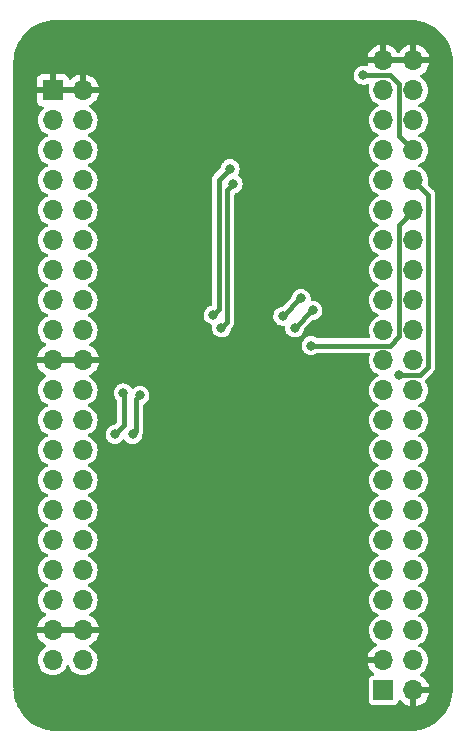
<source format=gbl>
%TF.GenerationSoftware,KiCad,Pcbnew,6.0.2+dfsg-1*%
%TF.CreationDate,2025-09-20T13:23:04+02:00*%
%TF.ProjectId,Alchemy_to_Landungsbruecke,416c6368-656d-4795-9f74-6f5f4c616e64,rev?*%
%TF.SameCoordinates,Original*%
%TF.FileFunction,Copper,L2,Bot*%
%TF.FilePolarity,Positive*%
%FSLAX46Y46*%
G04 Gerber Fmt 4.6, Leading zero omitted, Abs format (unit mm)*
G04 Created by KiCad (PCBNEW 6.0.2+dfsg-1) date 2025-09-20 13:23:04*
%MOMM*%
%LPD*%
G01*
G04 APERTURE LIST*
%TA.AperFunction,ComponentPad*%
%ADD10R,1.700000X1.700000*%
%TD*%
%TA.AperFunction,ComponentPad*%
%ADD11O,1.700000X1.700000*%
%TD*%
%TA.AperFunction,ViaPad*%
%ADD12C,0.800000*%
%TD*%
%TA.AperFunction,Conductor*%
%ADD13C,0.400000*%
%TD*%
G04 APERTURE END LIST*
D10*
%TO.P,J2,1,Pin_1*%
%TO.N,/VM*%
X163725000Y-126175000D03*
D11*
%TO.P,J2,2,Pin_2*%
%TO.N,GND*%
X166265000Y-126175000D03*
%TO.P,J2,3,Pin_3*%
X163725000Y-123635000D03*
%TO.P,J2,4,Pin_4*%
%TO.N,unconnected-(J2-Pad4)*%
X166265000Y-123635000D03*
%TO.P,J2,5,Pin_5*%
%TO.N,+5V*%
X163725000Y-121095000D03*
%TO.P,J2,6,Pin_6*%
%TO.N,unconnected-(J2-Pad6)*%
X166265000Y-121095000D03*
%TO.P,J2,7,Pin_7*%
%TO.N,unconnected-(J2-Pad7)*%
X163725000Y-118555000D03*
%TO.P,J2,8,Pin_8*%
%TO.N,/GPIO3*%
X166265000Y-118555000D03*
%TO.P,J2,9,Pin_9*%
%TO.N,/GPIO2*%
X163725000Y-116015000D03*
%TO.P,J2,10,Pin_10*%
%TO.N,unconnected-(J2-Pad10)*%
X166265000Y-116015000D03*
%TO.P,J2,11,Pin_11*%
%TO.N,unconnected-(J2-Pad11)*%
X163725000Y-113475000D03*
%TO.P,J2,12,Pin_12*%
%TO.N,/GPIO1*%
X166265000Y-113475000D03*
%TO.P,J2,13,Pin_13*%
%TO.N,/GPIO0*%
X163725000Y-110935000D03*
%TO.P,J2,14,Pin_14*%
%TO.N,unconnected-(J2-Pad14)*%
X166265000Y-110935000D03*
%TO.P,J2,15,Pin_15*%
%TO.N,unconnected-(J2-Pad15)*%
X163725000Y-108395000D03*
%TO.P,J2,16,Pin_16*%
%TO.N,unconnected-(J2-Pad16)*%
X166265000Y-108395000D03*
%TO.P,J2,17,Pin_17*%
%TO.N,/ADC8*%
X163725000Y-105855000D03*
%TO.P,J2,18,Pin_18*%
%TO.N,/ADC9*%
X166265000Y-105855000D03*
%TO.P,J2,19,Pin_19*%
%TO.N,/ADC6*%
X163725000Y-103315000D03*
%TO.P,J2,20,Pin_20*%
%TO.N,/ADC7*%
X166265000Y-103315000D03*
%TO.P,J2,21,Pin_21*%
%TO.N,/ADC2*%
X163725000Y-100775000D03*
%TO.P,J2,22,Pin_22*%
%TO.N,/ADC3*%
X166265000Y-100775000D03*
%TO.P,J2,23,Pin_23*%
%TO.N,Net-(J2-Pad23)*%
X163725000Y-98235000D03*
%TO.P,J2,24,Pin_24*%
%TO.N,/SPI2_NCS*%
X166265000Y-98235000D03*
%TO.P,J2,25,Pin_25*%
%TO.N,/ADC1*%
X163725000Y-95695000D03*
%TO.P,J2,26,Pin_26*%
%TO.N,/ADC0*%
X166265000Y-95695000D03*
%TO.P,J2,27,Pin_27*%
%TO.N,/SPI2_SCK*%
X163725000Y-93155000D03*
%TO.P,J2,28,Pin_28*%
%TO.N,/SPI2_MISO*%
X166265000Y-93155000D03*
%TO.P,J2,29,Pin_29*%
%TO.N,/SPI2_MOSI*%
X163725000Y-90615000D03*
%TO.P,J2,30,Pin_30*%
%TO.N,/SPI1_NCS*%
X166265000Y-90615000D03*
%TO.P,J2,31,Pin_31*%
%TO.N,/SPI1_SCK*%
X163725000Y-88075000D03*
%TO.P,J2,32,Pin_32*%
%TO.N,/SPI1_MOSI*%
X166265000Y-88075000D03*
%TO.P,J2,33,Pin_33*%
%TO.N,/SPI1_MISO*%
X163725000Y-85535000D03*
%TO.P,J2,34,Pin_34*%
%TO.N,/ADC4*%
X166265000Y-85535000D03*
%TO.P,J2,35,Pin_35*%
%TO.N,/I2C2_SCL*%
X163725000Y-82995000D03*
%TO.P,J2,36,Pin_36*%
%TO.N,/ADC5*%
X166265000Y-82995000D03*
%TO.P,J2,37,Pin_37*%
%TO.N,/I2C2_SDA*%
X163725000Y-80455000D03*
%TO.P,J2,38,Pin_38*%
%TO.N,/I2C1_SDA*%
X166265000Y-80455000D03*
%TO.P,J2,39,Pin_39*%
%TO.N,/UART1_TX*%
X163725000Y-77915000D03*
%TO.P,J2,40,Pin_40*%
%TO.N,/UART1_RX*%
X166265000Y-77915000D03*
%TO.P,J2,41,Pin_41*%
%TO.N,/I2C1_SCL*%
X163725000Y-75375000D03*
%TO.P,J2,42,Pin_42*%
%TO.N,+5V*%
X166265000Y-75375000D03*
%TO.P,J2,43,Pin_43*%
%TO.N,GND*%
X163725000Y-72835000D03*
%TO.P,J2,44,Pin_44*%
X166265000Y-72835000D03*
%TD*%
D10*
%TO.P,J1,1,Pin_1*%
%TO.N,GND*%
X135730000Y-75370000D03*
D11*
%TO.P,J1,2,Pin_2*%
X138270000Y-75370000D03*
%TO.P,J1,3,Pin_3*%
%TO.N,+5V*%
X135730000Y-77910000D03*
%TO.P,J1,4,Pin_4*%
X138270000Y-77910000D03*
%TO.P,J1,5,Pin_5*%
%TO.N,/I2C1_SDA*%
X135730000Y-80450000D03*
%TO.P,J1,6,Pin_6*%
%TO.N,/I2C1_SCL*%
X138270000Y-80450000D03*
%TO.P,J1,7,Pin_7*%
%TO.N,/UART1_RX*%
X135730000Y-82990000D03*
%TO.P,J1,8,Pin_8*%
%TO.N,/UART1_TX*%
X138270000Y-82990000D03*
%TO.P,J1,9,Pin_9*%
%TO.N,/SPI1_MOSI*%
X135730000Y-85530000D03*
%TO.P,J1,10,Pin_10*%
%TO.N,/SPI1_MISO*%
X138270000Y-85530000D03*
%TO.P,J1,11,Pin_11*%
%TO.N,/SPI1_SCK*%
X135730000Y-88070000D03*
%TO.P,J1,12,Pin_12*%
%TO.N,/SPI1_NCS*%
X138270000Y-88070000D03*
%TO.P,J1,13,Pin_13*%
%TO.N,/SPI2_MOSI*%
X135730000Y-90610000D03*
%TO.P,J1,14,Pin_14*%
%TO.N,/SPI2_MISO*%
X138270000Y-90610000D03*
%TO.P,J1,15,Pin_15*%
%TO.N,/SPI2_SCK*%
X135730000Y-93150000D03*
%TO.P,J1,16,Pin_16*%
%TO.N,/SPI2_NCS*%
X138270000Y-93150000D03*
%TO.P,J1,17,Pin_17*%
%TO.N,/I2C2_SDA*%
X135730000Y-95690000D03*
%TO.P,J1,18,Pin_18*%
%TO.N,/I2C2_SCL*%
X138270000Y-95690000D03*
%TO.P,J1,19,Pin_19*%
%TO.N,GND*%
X135730000Y-98230000D03*
%TO.P,J1,20,Pin_20*%
X138270000Y-98230000D03*
%TO.P,J1,21,Pin_21*%
%TO.N,/ADC0*%
X135730000Y-100770000D03*
%TO.P,J1,22,Pin_22*%
%TO.N,/ADC1*%
X138270000Y-100770000D03*
%TO.P,J1,23,Pin_23*%
%TO.N,/ADC2*%
X135730000Y-103310000D03*
%TO.P,J1,24,Pin_24*%
%TO.N,/ADC3*%
X138270000Y-103310000D03*
%TO.P,J1,25,Pin_25*%
%TO.N,/ADC4*%
X135730000Y-105850000D03*
%TO.P,J1,26,Pin_26*%
%TO.N,/ADC5*%
X138270000Y-105850000D03*
%TO.P,J1,27,Pin_27*%
%TO.N,/ADC6*%
X135730000Y-108390000D03*
%TO.P,J1,28,Pin_28*%
%TO.N,/ADC7*%
X138270000Y-108390000D03*
%TO.P,J1,29,Pin_29*%
%TO.N,/ADC8*%
X135730000Y-110930000D03*
%TO.P,J1,30,Pin_30*%
%TO.N,/ADC9*%
X138270000Y-110930000D03*
%TO.P,J1,31,Pin_31*%
%TO.N,/GPIO0*%
X135730000Y-113470000D03*
%TO.P,J1,32,Pin_32*%
%TO.N,/GPIO1*%
X138270000Y-113470000D03*
%TO.P,J1,33,Pin_33*%
%TO.N,/GPIO2*%
X135730000Y-116010000D03*
%TO.P,J1,34,Pin_34*%
%TO.N,/GPIO3*%
X138270000Y-116010000D03*
%TO.P,J1,35,Pin_35*%
%TO.N,unconnected-(J1-Pad35)*%
X135730000Y-118550000D03*
%TO.P,J1,36,Pin_36*%
%TO.N,unconnected-(J1-Pad36)*%
X138270000Y-118550000D03*
%TO.P,J1,37,Pin_37*%
%TO.N,GND*%
X135730000Y-121090000D03*
%TO.P,J1,38,Pin_38*%
X138270000Y-121090000D03*
%TO.P,J1,39,Pin_39*%
%TO.N,/VM*%
X135730000Y-123630000D03*
%TO.P,J1,40,Pin_40*%
X138270000Y-123630000D03*
%TD*%
D12*
%TO.N,/I2C1_SDA*%
X162000000Y-74100000D03*
%TO.N,/I2C2_SDA*%
X150750000Y-82000000D03*
X149300000Y-94400000D03*
%TO.N,/I2C2_SCL*%
X150000000Y-95500000D03*
X151000000Y-83300000D03*
%TO.N,/ADC0*%
X155200000Y-94500000D03*
X156750000Y-93000000D03*
%TO.N,/ADC1*%
X156200000Y-95500000D03*
X157750000Y-94000000D03*
%TO.N,/ADC4*%
X157600000Y-97000000D03*
X141700000Y-101000000D03*
X141000000Y-104500000D03*
%TO.N,/ADC5*%
X142500000Y-104500000D03*
X165000000Y-99500000D03*
X143100000Y-101200000D03*
%TO.N,GND*%
X158000000Y-98300000D03*
%TD*%
D13*
%TO.N,/I2C1_SDA*%
X165015489Y-74857435D02*
X164258054Y-74100000D01*
X165015489Y-79205489D02*
X165015489Y-74857435D01*
X166265000Y-80455000D02*
X165015489Y-79205489D01*
X164258054Y-74100000D02*
X162000000Y-74100000D01*
%TO.N,/I2C2_SDA*%
X149800000Y-82950000D02*
X149800000Y-93900000D01*
X150750000Y-82000000D02*
X149800000Y-82950000D01*
X149800000Y-93900000D02*
X149300000Y-94400000D01*
%TO.N,/I2C2_SCL*%
X150500000Y-83800000D02*
X151000000Y-83300000D01*
X150500000Y-95000000D02*
X150500000Y-83800000D01*
X150000000Y-95500000D02*
X150500000Y-95000000D01*
%TO.N,/ADC0*%
X156750000Y-93000000D02*
X156700000Y-93000000D01*
X156700000Y-93000000D02*
X155200000Y-94500000D01*
%TO.N,/ADC1*%
X157750000Y-94000000D02*
X157700000Y-94000000D01*
X157700000Y-94000000D02*
X156200000Y-95500000D01*
%TO.N,/ADC4*%
X141750000Y-103750000D02*
X141750000Y-101050000D01*
X165015489Y-96212565D02*
X165015489Y-86784511D01*
X157614511Y-96985489D02*
X164242565Y-96985489D01*
X141750000Y-101050000D02*
X141700000Y-101000000D01*
X164242565Y-96985489D02*
X165015489Y-96212565D01*
X157600000Y-97000000D02*
X157614511Y-96985489D01*
X165015489Y-86784511D02*
X166265000Y-85535000D01*
X141000000Y-104500000D02*
X141750000Y-103750000D01*
%TO.N,/ADC5*%
X165000000Y-99500000D02*
X166808054Y-99500000D01*
X167514511Y-98793543D02*
X167514511Y-84244511D01*
X142500000Y-104500000D02*
X142800000Y-104200000D01*
X166808054Y-99500000D02*
X167514511Y-98793543D01*
X167514511Y-84244511D02*
X166265000Y-82995000D01*
X142800000Y-101500000D02*
X143100000Y-101200000D01*
X142800000Y-104200000D02*
X142800000Y-101500000D01*
%TD*%
%TA.AperFunction,Conductor*%
%TO.N,GND*%
G36*
X165978311Y-69401551D02*
G01*
X166000000Y-69404986D01*
X166009856Y-69403425D01*
X166011157Y-69403219D01*
X166037046Y-69401820D01*
X166238755Y-69411729D01*
X166346684Y-69417031D01*
X166358980Y-69418242D01*
X166696201Y-69468265D01*
X166708323Y-69470675D01*
X166765406Y-69484974D01*
X167039019Y-69553511D01*
X167050851Y-69557100D01*
X167371832Y-69671949D01*
X167383256Y-69676681D01*
X167527467Y-69744887D01*
X167691438Y-69822439D01*
X167702339Y-69828266D01*
X167994747Y-70003529D01*
X168005028Y-70010399D01*
X168278838Y-70213470D01*
X168288397Y-70221314D01*
X168541003Y-70450264D01*
X168549741Y-70459002D01*
X168778686Y-70711603D01*
X168786530Y-70721162D01*
X168989601Y-70994972D01*
X168996471Y-71005253D01*
X169171734Y-71297661D01*
X169177563Y-71308566D01*
X169323319Y-71616744D01*
X169328051Y-71628168D01*
X169442900Y-71949149D01*
X169446489Y-71960981D01*
X169529324Y-72291674D01*
X169531735Y-72303799D01*
X169574722Y-72593586D01*
X169581757Y-72641015D01*
X169582969Y-72653321D01*
X169598180Y-72962954D01*
X169596781Y-72988843D01*
X169595014Y-73000000D01*
X169596565Y-73009793D01*
X169598449Y-73021687D01*
X169600000Y-73041398D01*
X169600000Y-125958602D01*
X169598449Y-125978311D01*
X169595014Y-126000000D01*
X169596566Y-126009798D01*
X169596781Y-126011157D01*
X169598180Y-126037046D01*
X169582969Y-126346679D01*
X169581758Y-126358980D01*
X169565599Y-126467910D01*
X169531736Y-126696198D01*
X169529324Y-126708326D01*
X169446489Y-127039019D01*
X169442900Y-127050851D01*
X169328051Y-127371832D01*
X169323319Y-127383256D01*
X169177563Y-127691434D01*
X169171734Y-127702339D01*
X168996471Y-127994747D01*
X168989601Y-128005028D01*
X168786530Y-128278838D01*
X168778686Y-128288397D01*
X168549741Y-128540998D01*
X168541003Y-128549736D01*
X168425497Y-128654425D01*
X168288397Y-128778686D01*
X168278838Y-128786530D01*
X168005028Y-128989601D01*
X167994747Y-128996471D01*
X167702339Y-129171734D01*
X167691438Y-129177561D01*
X167552421Y-129243311D01*
X167383256Y-129323319D01*
X167371832Y-129328051D01*
X167050851Y-129442900D01*
X167039019Y-129446489D01*
X166804233Y-129505300D01*
X166708323Y-129529325D01*
X166696201Y-129531735D01*
X166358980Y-129581758D01*
X166346684Y-129582969D01*
X166238755Y-129588271D01*
X166037046Y-129598180D01*
X166011157Y-129596781D01*
X166009798Y-129596566D01*
X166000000Y-129595014D01*
X165978311Y-129598449D01*
X165958602Y-129600000D01*
X136041398Y-129600000D01*
X136021689Y-129598449D01*
X136000000Y-129595014D01*
X135990202Y-129596566D01*
X135988843Y-129596781D01*
X135962954Y-129598180D01*
X135761245Y-129588271D01*
X135653316Y-129582969D01*
X135641020Y-129581758D01*
X135303799Y-129531735D01*
X135291677Y-129529325D01*
X135195767Y-129505300D01*
X134960981Y-129446489D01*
X134949149Y-129442900D01*
X134628168Y-129328051D01*
X134616744Y-129323319D01*
X134447579Y-129243311D01*
X134308562Y-129177561D01*
X134297661Y-129171734D01*
X134005253Y-128996471D01*
X133994972Y-128989601D01*
X133721162Y-128786530D01*
X133711603Y-128778686D01*
X133574503Y-128654425D01*
X133458997Y-128549736D01*
X133450259Y-128540998D01*
X133221314Y-128288397D01*
X133213470Y-128278838D01*
X133010399Y-128005028D01*
X133003529Y-127994747D01*
X132828266Y-127702339D01*
X132822437Y-127691434D01*
X132676681Y-127383256D01*
X132671949Y-127371832D01*
X132557100Y-127050851D01*
X132553511Y-127039019D01*
X132470676Y-126708326D01*
X132468264Y-126696198D01*
X132434401Y-126467910D01*
X132418242Y-126358980D01*
X132417031Y-126346679D01*
X132401820Y-126037046D01*
X132403219Y-126011157D01*
X132403434Y-126009798D01*
X132404986Y-126000000D01*
X132401551Y-125978311D01*
X132400000Y-125958602D01*
X132400000Y-121357966D01*
X134398257Y-121357966D01*
X134428565Y-121492446D01*
X134431645Y-121502275D01*
X134511770Y-121699603D01*
X134516413Y-121708794D01*
X134627694Y-121890388D01*
X134633777Y-121898699D01*
X134773213Y-122059667D01*
X134780580Y-122066883D01*
X134944434Y-122202916D01*
X134952876Y-122208828D01*
X135129533Y-122312058D01*
X135178256Y-122363697D01*
X135191327Y-122433480D01*
X135164595Y-122499252D01*
X135119211Y-122535041D01*
X135102362Y-122542898D01*
X134923123Y-122668402D01*
X134768402Y-122823123D01*
X134642898Y-123002362D01*
X134640577Y-123007340D01*
X134640575Y-123007343D01*
X134638241Y-123012348D01*
X134550425Y-123200670D01*
X134493793Y-123412023D01*
X134474723Y-123630000D01*
X134493793Y-123847977D01*
X134550425Y-124059330D01*
X134552747Y-124064310D01*
X134552748Y-124064312D01*
X134636820Y-124244603D01*
X134642898Y-124257638D01*
X134768402Y-124436877D01*
X134923123Y-124591598D01*
X134927631Y-124594755D01*
X134927634Y-124594757D01*
X135097852Y-124713945D01*
X135102361Y-124717102D01*
X135107343Y-124719425D01*
X135107348Y-124719428D01*
X135214096Y-124769205D01*
X135300670Y-124809575D01*
X135305978Y-124810997D01*
X135305980Y-124810998D01*
X135319330Y-124814575D01*
X135512023Y-124866207D01*
X135730000Y-124885277D01*
X135947977Y-124866207D01*
X136140670Y-124814575D01*
X136154020Y-124810998D01*
X136154022Y-124810997D01*
X136159330Y-124809575D01*
X136245904Y-124769205D01*
X136352652Y-124719428D01*
X136352657Y-124719425D01*
X136357639Y-124717102D01*
X136362148Y-124713945D01*
X136532366Y-124594757D01*
X136532369Y-124594755D01*
X136536877Y-124591598D01*
X136691598Y-124436877D01*
X136817102Y-124257638D01*
X136823181Y-124244603D01*
X136885805Y-124110305D01*
X136932723Y-124057020D01*
X137001000Y-124037559D01*
X137068960Y-124058101D01*
X137114195Y-124110305D01*
X137176820Y-124244603D01*
X137182898Y-124257638D01*
X137308402Y-124436877D01*
X137463123Y-124591598D01*
X137467631Y-124594755D01*
X137467634Y-124594757D01*
X137637852Y-124713945D01*
X137642361Y-124717102D01*
X137647343Y-124719425D01*
X137647348Y-124719428D01*
X137754096Y-124769205D01*
X137840670Y-124809575D01*
X137845978Y-124810997D01*
X137845980Y-124810998D01*
X137859330Y-124814575D01*
X138052023Y-124866207D01*
X138270000Y-124885277D01*
X138487977Y-124866207D01*
X138680670Y-124814575D01*
X138694020Y-124810998D01*
X138694022Y-124810997D01*
X138699330Y-124809575D01*
X138785904Y-124769205D01*
X138892652Y-124719428D01*
X138892657Y-124719425D01*
X138897639Y-124717102D01*
X138902148Y-124713945D01*
X139072366Y-124594757D01*
X139072369Y-124594755D01*
X139076877Y-124591598D01*
X139231598Y-124436877D01*
X139357102Y-124257638D01*
X139363181Y-124244603D01*
X139447252Y-124064312D01*
X139447253Y-124064310D01*
X139449575Y-124059330D01*
X139506207Y-123847977D01*
X139525277Y-123630000D01*
X139506207Y-123412023D01*
X139449575Y-123200670D01*
X139361759Y-123012348D01*
X139359425Y-123007343D01*
X139359423Y-123007340D01*
X139357102Y-123002362D01*
X139231598Y-122823123D01*
X139076877Y-122668402D01*
X139072369Y-122665245D01*
X139072366Y-122665243D01*
X138902148Y-122546055D01*
X138902145Y-122546053D01*
X138897639Y-122542898D01*
X138892653Y-122540573D01*
X138892646Y-122540569D01*
X138877060Y-122533301D01*
X138823775Y-122486383D01*
X138804315Y-122418106D01*
X138824858Y-122350146D01*
X138874879Y-122305955D01*
X138963100Y-122262736D01*
X138971945Y-122257464D01*
X139145328Y-122133792D01*
X139153200Y-122127139D01*
X139304052Y-121976812D01*
X139310730Y-121968965D01*
X139435003Y-121796020D01*
X139440313Y-121787183D01*
X139534670Y-121596267D01*
X139538469Y-121586672D01*
X139600377Y-121382910D01*
X139602555Y-121372837D01*
X139603986Y-121361962D01*
X139601775Y-121347778D01*
X139588617Y-121344000D01*
X134413225Y-121344000D01*
X134399694Y-121347973D01*
X134398257Y-121357966D01*
X132400000Y-121357966D01*
X132400000Y-120824183D01*
X134394389Y-120824183D01*
X134395912Y-120832607D01*
X134408292Y-120836000D01*
X139588344Y-120836000D01*
X139601875Y-120832027D01*
X139603180Y-120822947D01*
X139561214Y-120655875D01*
X139557894Y-120646124D01*
X139472972Y-120450814D01*
X139468105Y-120441739D01*
X139352426Y-120262926D01*
X139346136Y-120254757D01*
X139202806Y-120097240D01*
X139195273Y-120090215D01*
X139028139Y-119958222D01*
X139019552Y-119952517D01*
X138870952Y-119870485D01*
X138820982Y-119820053D01*
X138806210Y-119750610D01*
X138831326Y-119684205D01*
X138878596Y-119645982D01*
X138892652Y-119639428D01*
X138892657Y-119639425D01*
X138897639Y-119637102D01*
X139065225Y-119519757D01*
X139072366Y-119514757D01*
X139072369Y-119514755D01*
X139076877Y-119511598D01*
X139231598Y-119356877D01*
X139357102Y-119177638D01*
X139447244Y-118984330D01*
X139447252Y-118984312D01*
X139447253Y-118984310D01*
X139449575Y-118979330D01*
X139506207Y-118767977D01*
X139525277Y-118550000D01*
X139506207Y-118332023D01*
X139449575Y-118120670D01*
X139447252Y-118115688D01*
X139359425Y-117927343D01*
X139359423Y-117927340D01*
X139357102Y-117922362D01*
X139231598Y-117743123D01*
X139076877Y-117588402D01*
X139072369Y-117585245D01*
X139072366Y-117585243D01*
X138902148Y-117466055D01*
X138902145Y-117466053D01*
X138897639Y-117462898D01*
X138892657Y-117460575D01*
X138892652Y-117460572D01*
X138750305Y-117394195D01*
X138697020Y-117347278D01*
X138677559Y-117279000D01*
X138698101Y-117211040D01*
X138750305Y-117165805D01*
X138892652Y-117099428D01*
X138892657Y-117099425D01*
X138897639Y-117097102D01*
X139065225Y-116979757D01*
X139072366Y-116974757D01*
X139072369Y-116974755D01*
X139076877Y-116971598D01*
X139231598Y-116816877D01*
X139357102Y-116637638D01*
X139447244Y-116444330D01*
X139447252Y-116444312D01*
X139447253Y-116444310D01*
X139449575Y-116439330D01*
X139506207Y-116227977D01*
X139525277Y-116010000D01*
X139506207Y-115792023D01*
X139449575Y-115580670D01*
X139447252Y-115575688D01*
X139359425Y-115387343D01*
X139359423Y-115387340D01*
X139357102Y-115382362D01*
X139231598Y-115203123D01*
X139076877Y-115048402D01*
X139072369Y-115045245D01*
X139072366Y-115045243D01*
X138902148Y-114926055D01*
X138902145Y-114926053D01*
X138897639Y-114922898D01*
X138892657Y-114920575D01*
X138892652Y-114920572D01*
X138750305Y-114854195D01*
X138697020Y-114807278D01*
X138677559Y-114739000D01*
X138698101Y-114671040D01*
X138750305Y-114625805D01*
X138892652Y-114559428D01*
X138892657Y-114559425D01*
X138897639Y-114557102D01*
X139065225Y-114439757D01*
X139072366Y-114434757D01*
X139072369Y-114434755D01*
X139076877Y-114431598D01*
X139231598Y-114276877D01*
X139357102Y-114097638D01*
X139447244Y-113904330D01*
X139447252Y-113904312D01*
X139447253Y-113904310D01*
X139449575Y-113899330D01*
X139506207Y-113687977D01*
X139525277Y-113470000D01*
X139506207Y-113252023D01*
X139449575Y-113040670D01*
X139447252Y-113035688D01*
X139359425Y-112847343D01*
X139359423Y-112847340D01*
X139357102Y-112842362D01*
X139231598Y-112663123D01*
X139076877Y-112508402D01*
X139072369Y-112505245D01*
X139072366Y-112505243D01*
X138902148Y-112386055D01*
X138902145Y-112386053D01*
X138897639Y-112382898D01*
X138892657Y-112380575D01*
X138892652Y-112380572D01*
X138750305Y-112314195D01*
X138697020Y-112267278D01*
X138677559Y-112199000D01*
X138698101Y-112131040D01*
X138750305Y-112085805D01*
X138892652Y-112019428D01*
X138892657Y-112019425D01*
X138897639Y-112017102D01*
X139065225Y-111899757D01*
X139072366Y-111894757D01*
X139072369Y-111894755D01*
X139076877Y-111891598D01*
X139231598Y-111736877D01*
X139357102Y-111557638D01*
X139447244Y-111364330D01*
X139447252Y-111364312D01*
X139447253Y-111364310D01*
X139449575Y-111359330D01*
X139506207Y-111147977D01*
X139525277Y-110930000D01*
X139506207Y-110712023D01*
X139449575Y-110500670D01*
X139447252Y-110495688D01*
X139359425Y-110307343D01*
X139359423Y-110307340D01*
X139357102Y-110302362D01*
X139231598Y-110123123D01*
X139076877Y-109968402D01*
X139072369Y-109965245D01*
X139072366Y-109965243D01*
X138902148Y-109846055D01*
X138902145Y-109846053D01*
X138897639Y-109842898D01*
X138892657Y-109840575D01*
X138892652Y-109840572D01*
X138750305Y-109774195D01*
X138697020Y-109727278D01*
X138677559Y-109659000D01*
X138698101Y-109591040D01*
X138750305Y-109545805D01*
X138892652Y-109479428D01*
X138892657Y-109479425D01*
X138897639Y-109477102D01*
X139065225Y-109359757D01*
X139072366Y-109354757D01*
X139072369Y-109354755D01*
X139076877Y-109351598D01*
X139231598Y-109196877D01*
X139357102Y-109017638D01*
X139447244Y-108824330D01*
X139447252Y-108824312D01*
X139447253Y-108824310D01*
X139449575Y-108819330D01*
X139506207Y-108607977D01*
X139525277Y-108390000D01*
X139506207Y-108172023D01*
X139449575Y-107960670D01*
X139447252Y-107955688D01*
X139359425Y-107767343D01*
X139359423Y-107767340D01*
X139357102Y-107762362D01*
X139231598Y-107583123D01*
X139076877Y-107428402D01*
X139072369Y-107425245D01*
X139072366Y-107425243D01*
X138902148Y-107306055D01*
X138902145Y-107306053D01*
X138897639Y-107302898D01*
X138892657Y-107300575D01*
X138892652Y-107300572D01*
X138750305Y-107234195D01*
X138697020Y-107187278D01*
X138677559Y-107119000D01*
X138698101Y-107051040D01*
X138750305Y-107005805D01*
X138892652Y-106939428D01*
X138892657Y-106939425D01*
X138897639Y-106937102D01*
X139065225Y-106819757D01*
X139072366Y-106814757D01*
X139072369Y-106814755D01*
X139076877Y-106811598D01*
X139231598Y-106656877D01*
X139357102Y-106477638D01*
X139447244Y-106284330D01*
X139447252Y-106284312D01*
X139447253Y-106284310D01*
X139449575Y-106279330D01*
X139506207Y-106067977D01*
X139525277Y-105850000D01*
X139506207Y-105632023D01*
X139449575Y-105420670D01*
X139447252Y-105415688D01*
X139359425Y-105227343D01*
X139359423Y-105227340D01*
X139357102Y-105222362D01*
X139231598Y-105043123D01*
X139076877Y-104888402D01*
X139072369Y-104885245D01*
X139072366Y-104885243D01*
X138902148Y-104766055D01*
X138902145Y-104766053D01*
X138897639Y-104762898D01*
X138892657Y-104760575D01*
X138892652Y-104760572D01*
X138750305Y-104694195D01*
X138697020Y-104647278D01*
X138677559Y-104579000D01*
X138698101Y-104511040D01*
X138723822Y-104488753D01*
X140194514Y-104488753D01*
X140195201Y-104495760D01*
X140195201Y-104495763D01*
X140198480Y-104529203D01*
X140212039Y-104667486D01*
X140214262Y-104674168D01*
X140214262Y-104674169D01*
X140249714Y-104780742D01*
X140268726Y-104837896D01*
X140272373Y-104843918D01*
X140302342Y-104893402D01*
X140361759Y-104991512D01*
X140366648Y-104996575D01*
X140366649Y-104996576D01*
X140416428Y-105048123D01*
X140486514Y-105120699D01*
X140636789Y-105219036D01*
X140805116Y-105281636D01*
X140812097Y-105282567D01*
X140812099Y-105282568D01*
X140976149Y-105304457D01*
X140976153Y-105304457D01*
X140983130Y-105305388D01*
X140990142Y-105304750D01*
X140990146Y-105304750D01*
X141154960Y-105289751D01*
X141154961Y-105289751D01*
X141161981Y-105289112D01*
X141332782Y-105233615D01*
X141343272Y-105227362D01*
X141480992Y-105145265D01*
X141480994Y-105145264D01*
X141487044Y-105141657D01*
X141617099Y-105017807D01*
X141643550Y-104977995D01*
X141697907Y-104932326D01*
X141768327Y-104923294D01*
X141832451Y-104953768D01*
X141856271Y-104982450D01*
X141861759Y-104991512D01*
X141866648Y-104996575D01*
X141866649Y-104996576D01*
X141916428Y-105048123D01*
X141986514Y-105120699D01*
X142136789Y-105219036D01*
X142305116Y-105281636D01*
X142312097Y-105282567D01*
X142312099Y-105282568D01*
X142476149Y-105304457D01*
X142476153Y-105304457D01*
X142483130Y-105305388D01*
X142490142Y-105304750D01*
X142490146Y-105304750D01*
X142654960Y-105289751D01*
X142654961Y-105289751D01*
X142661981Y-105289112D01*
X142832782Y-105233615D01*
X142843272Y-105227362D01*
X142980992Y-105145265D01*
X142980994Y-105145264D01*
X142987044Y-105141657D01*
X143117099Y-105017807D01*
X143134570Y-104991512D01*
X143197164Y-104897299D01*
X143216483Y-104868222D01*
X143249714Y-104780742D01*
X143277757Y-104706919D01*
X143277758Y-104706914D01*
X143280257Y-104700336D01*
X143299691Y-104562052D01*
X143318184Y-104518162D01*
X143315380Y-104516543D01*
X143319506Y-104509396D01*
X143324536Y-104502841D01*
X143385044Y-104356762D01*
X143400500Y-104239361D01*
X143405682Y-104200000D01*
X143401578Y-104168827D01*
X143400500Y-104152381D01*
X143400500Y-102024437D01*
X143420502Y-101956316D01*
X143461983Y-101916208D01*
X143580992Y-101845265D01*
X143580994Y-101845264D01*
X143587044Y-101841657D01*
X143717099Y-101717807D01*
X143816483Y-101568222D01*
X143843699Y-101496576D01*
X143877757Y-101406919D01*
X143877758Y-101406914D01*
X143880257Y-101400336D01*
X143888186Y-101343918D01*
X143904700Y-101226416D01*
X143904700Y-101226411D01*
X143905251Y-101222493D01*
X143905565Y-101200000D01*
X143885546Y-101021528D01*
X143871700Y-100981766D01*
X143828803Y-100858584D01*
X143826485Y-100851927D01*
X143778713Y-100775475D01*
X143735049Y-100705599D01*
X143731316Y-100699625D01*
X143661900Y-100629723D01*
X143609733Y-100577190D01*
X143609729Y-100577187D01*
X143604770Y-100572193D01*
X143593761Y-100565206D01*
X143546860Y-100535442D01*
X143453136Y-100475963D01*
X143423352Y-100465357D01*
X143290586Y-100418081D01*
X143290581Y-100418080D01*
X143283951Y-100415719D01*
X143276965Y-100414886D01*
X143276961Y-100414885D01*
X143149177Y-100399648D01*
X143105624Y-100394455D01*
X143098621Y-100395191D01*
X143098620Y-100395191D01*
X142934025Y-100412490D01*
X142934021Y-100412491D01*
X142927017Y-100413227D01*
X142920346Y-100415498D01*
X142763677Y-100468832D01*
X142763674Y-100468833D01*
X142757007Y-100471103D01*
X142751009Y-100474793D01*
X142751007Y-100474794D01*
X142732911Y-100485927D01*
X142604045Y-100565206D01*
X142599014Y-100570132D01*
X142599011Y-100570135D01*
X142572240Y-100596352D01*
X142509575Y-100629723D01*
X142438816Y-100623917D01*
X142382429Y-100580778D01*
X142377228Y-100573099D01*
X142335049Y-100505599D01*
X142331316Y-100499625D01*
X142250339Y-100418081D01*
X142209733Y-100377190D01*
X142209729Y-100377187D01*
X142204770Y-100372193D01*
X142193761Y-100365206D01*
X142081370Y-100293881D01*
X142053136Y-100275963D01*
X142023352Y-100265357D01*
X141890586Y-100218081D01*
X141890581Y-100218080D01*
X141883951Y-100215719D01*
X141876965Y-100214886D01*
X141876961Y-100214885D01*
X141749177Y-100199648D01*
X141705624Y-100194455D01*
X141698621Y-100195191D01*
X141698620Y-100195191D01*
X141534025Y-100212490D01*
X141534021Y-100212491D01*
X141527017Y-100213227D01*
X141520346Y-100215498D01*
X141363677Y-100268832D01*
X141363674Y-100268833D01*
X141357007Y-100271103D01*
X141351009Y-100274793D01*
X141351007Y-100274794D01*
X141326786Y-100289695D01*
X141204045Y-100365206D01*
X141199014Y-100370132D01*
X141199011Y-100370135D01*
X141173425Y-100395191D01*
X141075732Y-100490859D01*
X141071913Y-100496784D01*
X141071912Y-100496786D01*
X141024642Y-100570135D01*
X140978446Y-100641817D01*
X140976037Y-100648437D01*
X140976035Y-100648440D01*
X140955231Y-100705599D01*
X140917022Y-100810578D01*
X140894514Y-100988753D01*
X140895201Y-100995760D01*
X140895201Y-100995763D01*
X140898414Y-101028527D01*
X140912039Y-101167486D01*
X140914262Y-101174168D01*
X140914262Y-101174169D01*
X140921864Y-101197020D01*
X140968726Y-101337896D01*
X140972373Y-101343918D01*
X141002319Y-101393364D01*
X141061759Y-101491512D01*
X141101569Y-101532736D01*
X141114137Y-101545751D01*
X141147069Y-101608648D01*
X141149500Y-101633278D01*
X141149500Y-103449075D01*
X141129498Y-103517196D01*
X141112595Y-103538170D01*
X140982069Y-103668696D01*
X140919757Y-103702722D01*
X140906149Y-103704910D01*
X140827017Y-103713227D01*
X140820346Y-103715498D01*
X140663677Y-103768832D01*
X140663674Y-103768833D01*
X140657007Y-103771103D01*
X140651009Y-103774793D01*
X140651007Y-103774794D01*
X140617667Y-103795305D01*
X140504045Y-103865206D01*
X140499014Y-103870132D01*
X140499011Y-103870135D01*
X140436883Y-103930976D01*
X140375732Y-103990859D01*
X140371913Y-103996784D01*
X140371912Y-103996786D01*
X140294519Y-104116877D01*
X140278446Y-104141817D01*
X140217022Y-104310578D01*
X140194514Y-104488753D01*
X138723822Y-104488753D01*
X138750305Y-104465805D01*
X138892652Y-104399428D01*
X138892657Y-104399425D01*
X138897639Y-104397102D01*
X138944355Y-104364391D01*
X139072366Y-104274757D01*
X139072369Y-104274755D01*
X139076877Y-104271598D01*
X139231598Y-104116877D01*
X139357102Y-103937638D01*
X139388580Y-103870135D01*
X139447252Y-103744312D01*
X139447253Y-103744310D01*
X139449575Y-103739330D01*
X139506207Y-103527977D01*
X139525277Y-103310000D01*
X139506207Y-103092023D01*
X139449575Y-102880670D01*
X139447252Y-102875688D01*
X139359425Y-102687343D01*
X139359423Y-102687340D01*
X139357102Y-102682362D01*
X139231598Y-102503123D01*
X139076877Y-102348402D01*
X139072369Y-102345245D01*
X139072366Y-102345243D01*
X138902148Y-102226055D01*
X138902145Y-102226053D01*
X138897639Y-102222898D01*
X138892657Y-102220575D01*
X138892652Y-102220572D01*
X138750305Y-102154195D01*
X138697020Y-102107278D01*
X138677559Y-102039000D01*
X138698101Y-101971040D01*
X138750305Y-101925805D01*
X138892652Y-101859428D01*
X138892657Y-101859425D01*
X138897639Y-101857102D01*
X139065225Y-101739757D01*
X139072366Y-101734757D01*
X139072369Y-101734755D01*
X139076877Y-101731598D01*
X139231598Y-101576877D01*
X139357102Y-101397638D01*
X139384961Y-101337896D01*
X139447252Y-101204312D01*
X139447253Y-101204310D01*
X139449575Y-101199330D01*
X139506207Y-100987977D01*
X139525277Y-100770000D01*
X139506207Y-100552023D01*
X139457010Y-100368418D01*
X139450998Y-100345980D01*
X139450997Y-100345978D01*
X139449575Y-100340670D01*
X139421164Y-100279742D01*
X139359425Y-100147343D01*
X139359423Y-100147340D01*
X139357102Y-100142362D01*
X139231598Y-99963123D01*
X139076877Y-99808402D01*
X139072369Y-99805245D01*
X139072366Y-99805243D01*
X138902148Y-99686055D01*
X138902145Y-99686053D01*
X138897639Y-99682898D01*
X138892653Y-99680573D01*
X138892646Y-99680569D01*
X138877060Y-99673301D01*
X138823775Y-99626383D01*
X138804315Y-99558106D01*
X138824858Y-99490146D01*
X138874879Y-99445955D01*
X138963100Y-99402736D01*
X138971945Y-99397464D01*
X139145328Y-99273792D01*
X139153200Y-99267139D01*
X139304052Y-99116812D01*
X139310730Y-99108965D01*
X139435003Y-98936020D01*
X139440313Y-98927183D01*
X139534670Y-98736267D01*
X139538469Y-98726672D01*
X139600377Y-98522910D01*
X139602555Y-98512837D01*
X139603986Y-98501962D01*
X139601775Y-98487778D01*
X139588617Y-98484000D01*
X134413225Y-98484000D01*
X134399694Y-98487973D01*
X134398257Y-98497966D01*
X134428565Y-98632446D01*
X134431645Y-98642275D01*
X134511770Y-98839603D01*
X134516413Y-98848794D01*
X134627694Y-99030388D01*
X134633777Y-99038699D01*
X134773213Y-99199667D01*
X134780580Y-99206883D01*
X134944434Y-99342916D01*
X134952876Y-99348828D01*
X135129533Y-99452058D01*
X135178256Y-99503697D01*
X135191327Y-99573480D01*
X135164595Y-99639252D01*
X135119211Y-99675041D01*
X135102362Y-99682898D01*
X134923123Y-99808402D01*
X134768402Y-99963123D01*
X134642898Y-100142362D01*
X134640577Y-100147340D01*
X134640575Y-100147343D01*
X134578836Y-100279742D01*
X134550425Y-100340670D01*
X134549003Y-100345978D01*
X134549002Y-100345980D01*
X134542990Y-100368418D01*
X134493793Y-100552023D01*
X134474723Y-100770000D01*
X134493793Y-100987977D01*
X134550425Y-101199330D01*
X134552747Y-101204310D01*
X134552748Y-101204312D01*
X134615040Y-101337896D01*
X134642898Y-101397638D01*
X134768402Y-101576877D01*
X134923123Y-101731598D01*
X134927631Y-101734755D01*
X134927634Y-101734757D01*
X134934775Y-101739757D01*
X135102361Y-101857102D01*
X135107343Y-101859425D01*
X135107348Y-101859428D01*
X135249695Y-101925805D01*
X135302980Y-101972722D01*
X135322441Y-102041000D01*
X135301899Y-102108960D01*
X135249695Y-102154195D01*
X135107343Y-102220575D01*
X135107340Y-102220577D01*
X135102362Y-102222898D01*
X134923123Y-102348402D01*
X134768402Y-102503123D01*
X134642898Y-102682362D01*
X134640577Y-102687340D01*
X134640575Y-102687343D01*
X134552748Y-102875688D01*
X134550425Y-102880670D01*
X134493793Y-103092023D01*
X134474723Y-103310000D01*
X134493793Y-103527977D01*
X134550425Y-103739330D01*
X134552747Y-103744310D01*
X134552748Y-103744312D01*
X134611421Y-103870135D01*
X134642898Y-103937638D01*
X134768402Y-104116877D01*
X134923123Y-104271598D01*
X134927631Y-104274755D01*
X134927634Y-104274757D01*
X135055645Y-104364391D01*
X135102361Y-104397102D01*
X135107343Y-104399425D01*
X135107348Y-104399428D01*
X135249695Y-104465805D01*
X135302980Y-104512722D01*
X135322441Y-104581000D01*
X135301899Y-104648960D01*
X135249695Y-104694195D01*
X135107343Y-104760575D01*
X135107340Y-104760577D01*
X135102362Y-104762898D01*
X134923123Y-104888402D01*
X134768402Y-105043123D01*
X134642898Y-105222362D01*
X134640577Y-105227340D01*
X134640575Y-105227343D01*
X134552748Y-105415688D01*
X134550425Y-105420670D01*
X134493793Y-105632023D01*
X134474723Y-105850000D01*
X134493793Y-106067977D01*
X134550425Y-106279330D01*
X134552747Y-106284310D01*
X134552757Y-106284330D01*
X134642898Y-106477638D01*
X134768402Y-106656877D01*
X134923123Y-106811598D01*
X134927631Y-106814755D01*
X134927634Y-106814757D01*
X134934775Y-106819757D01*
X135102361Y-106937102D01*
X135107343Y-106939425D01*
X135107348Y-106939428D01*
X135249695Y-107005805D01*
X135302980Y-107052722D01*
X135322441Y-107121000D01*
X135301899Y-107188960D01*
X135249695Y-107234195D01*
X135107343Y-107300575D01*
X135107340Y-107300577D01*
X135102362Y-107302898D01*
X134923123Y-107428402D01*
X134768402Y-107583123D01*
X134642898Y-107762362D01*
X134640577Y-107767340D01*
X134640575Y-107767343D01*
X134552748Y-107955688D01*
X134550425Y-107960670D01*
X134493793Y-108172023D01*
X134474723Y-108390000D01*
X134493793Y-108607977D01*
X134550425Y-108819330D01*
X134552747Y-108824310D01*
X134552757Y-108824330D01*
X134642898Y-109017638D01*
X134768402Y-109196877D01*
X134923123Y-109351598D01*
X134927631Y-109354755D01*
X134927634Y-109354757D01*
X134934775Y-109359757D01*
X135102361Y-109477102D01*
X135107343Y-109479425D01*
X135107348Y-109479428D01*
X135249695Y-109545805D01*
X135302980Y-109592722D01*
X135322441Y-109661000D01*
X135301899Y-109728960D01*
X135249695Y-109774195D01*
X135107343Y-109840575D01*
X135107340Y-109840577D01*
X135102362Y-109842898D01*
X134923123Y-109968402D01*
X134768402Y-110123123D01*
X134642898Y-110302362D01*
X134640577Y-110307340D01*
X134640575Y-110307343D01*
X134552748Y-110495688D01*
X134550425Y-110500670D01*
X134493793Y-110712023D01*
X134474723Y-110930000D01*
X134493793Y-111147977D01*
X134550425Y-111359330D01*
X134552747Y-111364310D01*
X134552757Y-111364330D01*
X134642898Y-111557638D01*
X134768402Y-111736877D01*
X134923123Y-111891598D01*
X134927631Y-111894755D01*
X134927634Y-111894757D01*
X134934775Y-111899757D01*
X135102361Y-112017102D01*
X135107343Y-112019425D01*
X135107348Y-112019428D01*
X135249695Y-112085805D01*
X135302980Y-112132722D01*
X135322441Y-112201000D01*
X135301899Y-112268960D01*
X135249695Y-112314195D01*
X135107343Y-112380575D01*
X135107340Y-112380577D01*
X135102362Y-112382898D01*
X134923123Y-112508402D01*
X134768402Y-112663123D01*
X134642898Y-112842362D01*
X134640577Y-112847340D01*
X134640575Y-112847343D01*
X134552748Y-113035688D01*
X134550425Y-113040670D01*
X134493793Y-113252023D01*
X134474723Y-113470000D01*
X134493793Y-113687977D01*
X134550425Y-113899330D01*
X134552747Y-113904310D01*
X134552757Y-113904330D01*
X134642898Y-114097638D01*
X134768402Y-114276877D01*
X134923123Y-114431598D01*
X134927631Y-114434755D01*
X134927634Y-114434757D01*
X134934775Y-114439757D01*
X135102361Y-114557102D01*
X135107343Y-114559425D01*
X135107348Y-114559428D01*
X135249695Y-114625805D01*
X135302980Y-114672722D01*
X135322441Y-114741000D01*
X135301899Y-114808960D01*
X135249695Y-114854195D01*
X135107343Y-114920575D01*
X135107340Y-114920577D01*
X135102362Y-114922898D01*
X134923123Y-115048402D01*
X134768402Y-115203123D01*
X134642898Y-115382362D01*
X134640577Y-115387340D01*
X134640575Y-115387343D01*
X134552748Y-115575688D01*
X134550425Y-115580670D01*
X134493793Y-115792023D01*
X134474723Y-116010000D01*
X134493793Y-116227977D01*
X134550425Y-116439330D01*
X134552747Y-116444310D01*
X134552757Y-116444330D01*
X134642898Y-116637638D01*
X134768402Y-116816877D01*
X134923123Y-116971598D01*
X134927631Y-116974755D01*
X134927634Y-116974757D01*
X134934775Y-116979757D01*
X135102361Y-117097102D01*
X135107343Y-117099425D01*
X135107348Y-117099428D01*
X135249695Y-117165805D01*
X135302980Y-117212722D01*
X135322441Y-117281000D01*
X135301899Y-117348960D01*
X135249695Y-117394195D01*
X135107343Y-117460575D01*
X135107340Y-117460577D01*
X135102362Y-117462898D01*
X134923123Y-117588402D01*
X134768402Y-117743123D01*
X134642898Y-117922362D01*
X134640577Y-117927340D01*
X134640575Y-117927343D01*
X134552748Y-118115688D01*
X134550425Y-118120670D01*
X134493793Y-118332023D01*
X134474723Y-118550000D01*
X134493793Y-118767977D01*
X134550425Y-118979330D01*
X134552747Y-118984310D01*
X134552757Y-118984330D01*
X134642898Y-119177638D01*
X134768402Y-119356877D01*
X134923123Y-119511598D01*
X134927631Y-119514755D01*
X134927634Y-119514757D01*
X134934775Y-119519757D01*
X135102361Y-119637102D01*
X135107343Y-119639425D01*
X135107348Y-119639428D01*
X135122663Y-119646569D01*
X135175948Y-119693486D01*
X135195409Y-119761764D01*
X135174867Y-119829724D01*
X135127593Y-119872527D01*
X135008463Y-119934542D01*
X134999738Y-119940036D01*
X134829433Y-120067905D01*
X134821726Y-120074748D01*
X134674590Y-120228717D01*
X134668104Y-120236727D01*
X134548098Y-120412649D01*
X134543000Y-120421623D01*
X134453338Y-120614783D01*
X134449775Y-120624470D01*
X134394389Y-120824183D01*
X132400000Y-120824183D01*
X132400000Y-76264669D01*
X134372001Y-76264669D01*
X134372371Y-76271490D01*
X134377895Y-76322352D01*
X134381521Y-76337604D01*
X134426676Y-76458054D01*
X134435214Y-76473649D01*
X134511715Y-76575724D01*
X134524276Y-76588285D01*
X134626351Y-76664786D01*
X134641946Y-76673324D01*
X134762394Y-76718478D01*
X134777649Y-76722105D01*
X134828514Y-76727631D01*
X134835328Y-76728000D01*
X134840353Y-76728000D01*
X134908474Y-76748002D01*
X134954967Y-76801658D01*
X134965071Y-76871932D01*
X134935577Y-76936512D01*
X134924421Y-76947493D01*
X134923123Y-76948402D01*
X134768402Y-77103123D01*
X134642898Y-77282362D01*
X134640577Y-77287340D01*
X134640575Y-77287343D01*
X134574195Y-77429695D01*
X134550425Y-77480670D01*
X134493793Y-77692023D01*
X134474723Y-77910000D01*
X134493793Y-78127977D01*
X134550425Y-78339330D01*
X134552747Y-78344310D01*
X134552757Y-78344330D01*
X134642898Y-78537638D01*
X134768402Y-78716877D01*
X134923123Y-78871598D01*
X134927631Y-78874755D01*
X134927634Y-78874757D01*
X135097852Y-78993945D01*
X135102361Y-78997102D01*
X135107343Y-78999425D01*
X135107348Y-78999428D01*
X135249695Y-79065805D01*
X135302980Y-79112722D01*
X135322441Y-79181000D01*
X135301899Y-79248960D01*
X135249695Y-79294195D01*
X135107343Y-79360575D01*
X135107340Y-79360577D01*
X135102362Y-79362898D01*
X134923123Y-79488402D01*
X134768402Y-79643123D01*
X134642898Y-79822362D01*
X134640577Y-79827340D01*
X134640575Y-79827343D01*
X134619618Y-79872285D01*
X134550425Y-80020670D01*
X134493793Y-80232023D01*
X134474723Y-80450000D01*
X134493793Y-80667977D01*
X134550425Y-80879330D01*
X134552747Y-80884310D01*
X134552757Y-80884330D01*
X134642898Y-81077638D01*
X134768402Y-81256877D01*
X134923123Y-81411598D01*
X134927631Y-81414755D01*
X134927634Y-81414757D01*
X135048838Y-81499625D01*
X135102361Y-81537102D01*
X135107343Y-81539425D01*
X135107348Y-81539428D01*
X135249695Y-81605805D01*
X135302980Y-81652722D01*
X135322441Y-81721000D01*
X135301899Y-81788960D01*
X135249695Y-81834195D01*
X135107343Y-81900575D01*
X135107340Y-81900577D01*
X135102362Y-81902898D01*
X134923123Y-82028402D01*
X134768402Y-82183123D01*
X134642898Y-82362362D01*
X134640577Y-82367340D01*
X134640575Y-82367343D01*
X134570931Y-82516695D01*
X134550425Y-82560670D01*
X134493793Y-82772023D01*
X134474723Y-82990000D01*
X134493793Y-83207977D01*
X134550425Y-83419330D01*
X134552747Y-83424310D01*
X134552748Y-83424312D01*
X134591269Y-83506919D01*
X134642898Y-83617638D01*
X134768402Y-83796877D01*
X134923123Y-83951598D01*
X134927631Y-83954755D01*
X134927634Y-83954757D01*
X135097852Y-84073945D01*
X135102361Y-84077102D01*
X135107343Y-84079425D01*
X135107348Y-84079428D01*
X135249695Y-84145805D01*
X135302980Y-84192722D01*
X135322441Y-84261000D01*
X135301899Y-84328960D01*
X135249695Y-84374195D01*
X135107343Y-84440575D01*
X135107340Y-84440577D01*
X135102362Y-84442898D01*
X134923123Y-84568402D01*
X134768402Y-84723123D01*
X134642898Y-84902362D01*
X134640577Y-84907340D01*
X134640575Y-84907343D01*
X134552748Y-85095688D01*
X134550425Y-85100670D01*
X134493793Y-85312023D01*
X134474723Y-85530000D01*
X134493793Y-85747977D01*
X134550425Y-85959330D01*
X134552747Y-85964310D01*
X134552748Y-85964312D01*
X134624282Y-86117715D01*
X134642898Y-86157638D01*
X134768402Y-86336877D01*
X134923123Y-86491598D01*
X134927631Y-86494755D01*
X134927634Y-86494757D01*
X135097852Y-86613945D01*
X135102361Y-86617102D01*
X135107343Y-86619425D01*
X135107348Y-86619428D01*
X135249695Y-86685805D01*
X135302980Y-86732722D01*
X135322441Y-86801000D01*
X135301899Y-86868960D01*
X135249695Y-86914195D01*
X135107343Y-86980575D01*
X135107340Y-86980577D01*
X135102362Y-86982898D01*
X134923123Y-87108402D01*
X134768402Y-87263123D01*
X134642898Y-87442362D01*
X134640577Y-87447340D01*
X134640575Y-87447343D01*
X134574195Y-87589695D01*
X134550425Y-87640670D01*
X134493793Y-87852023D01*
X134474723Y-88070000D01*
X134493793Y-88287977D01*
X134550425Y-88499330D01*
X134552747Y-88504310D01*
X134552757Y-88504330D01*
X134642898Y-88697638D01*
X134768402Y-88876877D01*
X134923123Y-89031598D01*
X134927631Y-89034755D01*
X134927634Y-89034757D01*
X135097852Y-89153945D01*
X135102361Y-89157102D01*
X135107343Y-89159425D01*
X135107348Y-89159428D01*
X135249695Y-89225805D01*
X135302980Y-89272722D01*
X135322441Y-89341000D01*
X135301899Y-89408960D01*
X135249695Y-89454195D01*
X135107343Y-89520575D01*
X135107340Y-89520577D01*
X135102362Y-89522898D01*
X134923123Y-89648402D01*
X134768402Y-89803123D01*
X134642898Y-89982362D01*
X134640577Y-89987340D01*
X134640575Y-89987343D01*
X134574195Y-90129695D01*
X134550425Y-90180670D01*
X134493793Y-90392023D01*
X134474723Y-90610000D01*
X134493793Y-90827977D01*
X134550425Y-91039330D01*
X134552747Y-91044310D01*
X134552757Y-91044330D01*
X134642898Y-91237638D01*
X134768402Y-91416877D01*
X134923123Y-91571598D01*
X134927631Y-91574755D01*
X134927634Y-91574757D01*
X135097852Y-91693945D01*
X135102361Y-91697102D01*
X135107343Y-91699425D01*
X135107348Y-91699428D01*
X135249695Y-91765805D01*
X135302980Y-91812722D01*
X135322441Y-91881000D01*
X135301899Y-91948960D01*
X135249695Y-91994195D01*
X135107343Y-92060575D01*
X135107340Y-92060577D01*
X135102362Y-92062898D01*
X134923123Y-92188402D01*
X134768402Y-92343123D01*
X134642898Y-92522362D01*
X134640577Y-92527340D01*
X134640575Y-92527343D01*
X134579376Y-92658584D01*
X134550425Y-92720670D01*
X134493793Y-92932023D01*
X134474723Y-93150000D01*
X134493793Y-93367977D01*
X134550425Y-93579330D01*
X134552747Y-93584310D01*
X134552748Y-93584312D01*
X134639851Y-93771103D01*
X134642898Y-93777638D01*
X134768402Y-93956877D01*
X134923123Y-94111598D01*
X134927631Y-94114755D01*
X134927634Y-94114757D01*
X135097852Y-94233945D01*
X135102361Y-94237102D01*
X135107343Y-94239425D01*
X135107348Y-94239428D01*
X135249695Y-94305805D01*
X135302980Y-94352722D01*
X135322441Y-94421000D01*
X135301899Y-94488960D01*
X135249695Y-94534195D01*
X135107343Y-94600575D01*
X135107340Y-94600577D01*
X135102362Y-94602898D01*
X134923123Y-94728402D01*
X134768402Y-94883123D01*
X134642898Y-95062362D01*
X134640577Y-95067340D01*
X134640575Y-95067343D01*
X134584847Y-95186852D01*
X134550425Y-95260670D01*
X134493793Y-95472023D01*
X134474723Y-95690000D01*
X134493793Y-95907977D01*
X134550425Y-96119330D01*
X134552747Y-96124310D01*
X134552748Y-96124312D01*
X134637186Y-96305388D01*
X134642898Y-96317638D01*
X134768402Y-96496877D01*
X134923123Y-96651598D01*
X134927631Y-96654755D01*
X134927634Y-96654757D01*
X135097852Y-96773945D01*
X135102361Y-96777102D01*
X135107343Y-96779425D01*
X135107348Y-96779428D01*
X135122663Y-96786569D01*
X135175948Y-96833486D01*
X135195409Y-96901764D01*
X135174867Y-96969724D01*
X135127593Y-97012527D01*
X135008463Y-97074542D01*
X134999738Y-97080036D01*
X134829433Y-97207905D01*
X134821726Y-97214748D01*
X134674590Y-97368717D01*
X134668104Y-97376727D01*
X134548098Y-97552649D01*
X134543000Y-97561623D01*
X134453338Y-97754783D01*
X134449775Y-97764470D01*
X134394389Y-97964183D01*
X134395912Y-97972607D01*
X134408292Y-97976000D01*
X139588344Y-97976000D01*
X139601875Y-97972027D01*
X139603180Y-97962947D01*
X139561214Y-97795875D01*
X139557894Y-97786124D01*
X139472972Y-97590814D01*
X139468105Y-97581739D01*
X139352426Y-97402926D01*
X139346136Y-97394757D01*
X139202806Y-97237240D01*
X139195273Y-97230215D01*
X139028139Y-97098222D01*
X139019552Y-97092517D01*
X138870952Y-97010485D01*
X138849419Y-96988753D01*
X156794514Y-96988753D01*
X156795201Y-96995760D01*
X156795201Y-96995763D01*
X156801051Y-97055425D01*
X156812039Y-97167486D01*
X156868726Y-97337896D01*
X156872373Y-97343918D01*
X156908110Y-97402926D01*
X156961759Y-97491512D01*
X157086514Y-97620699D01*
X157236789Y-97719036D01*
X157405116Y-97781636D01*
X157412097Y-97782567D01*
X157412099Y-97782568D01*
X157576149Y-97804457D01*
X157576153Y-97804457D01*
X157583130Y-97805388D01*
X157590142Y-97804750D01*
X157590146Y-97804750D01*
X157754960Y-97789751D01*
X157754961Y-97789751D01*
X157761981Y-97789112D01*
X157932782Y-97733615D01*
X157963714Y-97715176D01*
X158080992Y-97645265D01*
X158080994Y-97645264D01*
X158087044Y-97641657D01*
X158109006Y-97620743D01*
X158172131Y-97588251D01*
X158195898Y-97585989D01*
X162450083Y-97585989D01*
X162518204Y-97605991D01*
X162564697Y-97659647D01*
X162574801Y-97729921D01*
X162564278Y-97765238D01*
X162547750Y-97800683D01*
X162545425Y-97805670D01*
X162488793Y-98017023D01*
X162469723Y-98235000D01*
X162488793Y-98452977D01*
X162545425Y-98664330D01*
X162547747Y-98669310D01*
X162547748Y-98669312D01*
X162627157Y-98839603D01*
X162637898Y-98862638D01*
X162763402Y-99041877D01*
X162918123Y-99196598D01*
X162922631Y-99199755D01*
X162922634Y-99199757D01*
X163028367Y-99273792D01*
X163097361Y-99322102D01*
X163102343Y-99324425D01*
X163102348Y-99324428D01*
X163244695Y-99390805D01*
X163297980Y-99437722D01*
X163317441Y-99506000D01*
X163296899Y-99573960D01*
X163244695Y-99619195D01*
X163102343Y-99685575D01*
X163102340Y-99685577D01*
X163097362Y-99687898D01*
X162918123Y-99813402D01*
X162763402Y-99968123D01*
X162637898Y-100147362D01*
X162635577Y-100152340D01*
X162635575Y-100152343D01*
X162547748Y-100340688D01*
X162545425Y-100345670D01*
X162544003Y-100350978D01*
X162544002Y-100350980D01*
X162538318Y-100372193D01*
X162488793Y-100557023D01*
X162469723Y-100775000D01*
X162488793Y-100992977D01*
X162498319Y-101028527D01*
X162543210Y-101196062D01*
X162545425Y-101204330D01*
X162547747Y-101209310D01*
X162547748Y-101209312D01*
X162633244Y-101392657D01*
X162637898Y-101402638D01*
X162763402Y-101581877D01*
X162918123Y-101736598D01*
X162922631Y-101739755D01*
X162922634Y-101739757D01*
X163090220Y-101857102D01*
X163097361Y-101862102D01*
X163102343Y-101864425D01*
X163102348Y-101864428D01*
X163244695Y-101930805D01*
X163297980Y-101977722D01*
X163317441Y-102046000D01*
X163296899Y-102113960D01*
X163244695Y-102159195D01*
X163102343Y-102225575D01*
X163102340Y-102225577D01*
X163097362Y-102227898D01*
X162918123Y-102353402D01*
X162763402Y-102508123D01*
X162637898Y-102687362D01*
X162635577Y-102692340D01*
X162635575Y-102692343D01*
X162547748Y-102880688D01*
X162545425Y-102885670D01*
X162488793Y-103097023D01*
X162469723Y-103315000D01*
X162488793Y-103532977D01*
X162545425Y-103744330D01*
X162547747Y-103749310D01*
X162547748Y-103749312D01*
X162633244Y-103932657D01*
X162637898Y-103942638D01*
X162763402Y-104121877D01*
X162918123Y-104276598D01*
X162922631Y-104279755D01*
X162922634Y-104279757D01*
X163090220Y-104397102D01*
X163097361Y-104402102D01*
X163102343Y-104404425D01*
X163102348Y-104404428D01*
X163244695Y-104470805D01*
X163297980Y-104517722D01*
X163317441Y-104586000D01*
X163296899Y-104653960D01*
X163244695Y-104699195D01*
X163102343Y-104765575D01*
X163102340Y-104765577D01*
X163097362Y-104767898D01*
X162918123Y-104893402D01*
X162763402Y-105048123D01*
X162637898Y-105227362D01*
X162635577Y-105232340D01*
X162635575Y-105232343D01*
X162547748Y-105420688D01*
X162545425Y-105425670D01*
X162488793Y-105637023D01*
X162469723Y-105855000D01*
X162488793Y-106072977D01*
X162545425Y-106284330D01*
X162547747Y-106289310D01*
X162547748Y-106289312D01*
X162633244Y-106472657D01*
X162637898Y-106482638D01*
X162763402Y-106661877D01*
X162918123Y-106816598D01*
X162922631Y-106819755D01*
X162922634Y-106819757D01*
X163090220Y-106937102D01*
X163097361Y-106942102D01*
X163102343Y-106944425D01*
X163102348Y-106944428D01*
X163244695Y-107010805D01*
X163297980Y-107057722D01*
X163317441Y-107126000D01*
X163296899Y-107193960D01*
X163244695Y-107239195D01*
X163102343Y-107305575D01*
X163102340Y-107305577D01*
X163097362Y-107307898D01*
X162918123Y-107433402D01*
X162763402Y-107588123D01*
X162637898Y-107767362D01*
X162635577Y-107772340D01*
X162635575Y-107772343D01*
X162547748Y-107960688D01*
X162545425Y-107965670D01*
X162488793Y-108177023D01*
X162469723Y-108395000D01*
X162488793Y-108612977D01*
X162545425Y-108824330D01*
X162547747Y-108829310D01*
X162547748Y-108829312D01*
X162633244Y-109012657D01*
X162637898Y-109022638D01*
X162763402Y-109201877D01*
X162918123Y-109356598D01*
X162922631Y-109359755D01*
X162922634Y-109359757D01*
X163090220Y-109477102D01*
X163097361Y-109482102D01*
X163102343Y-109484425D01*
X163102348Y-109484428D01*
X163244695Y-109550805D01*
X163297980Y-109597722D01*
X163317441Y-109666000D01*
X163296899Y-109733960D01*
X163244695Y-109779195D01*
X163102343Y-109845575D01*
X163102340Y-109845577D01*
X163097362Y-109847898D01*
X162918123Y-109973402D01*
X162763402Y-110128123D01*
X162637898Y-110307362D01*
X162635577Y-110312340D01*
X162635575Y-110312343D01*
X162547748Y-110500688D01*
X162545425Y-110505670D01*
X162488793Y-110717023D01*
X162469723Y-110935000D01*
X162488793Y-111152977D01*
X162545425Y-111364330D01*
X162547747Y-111369310D01*
X162547748Y-111369312D01*
X162633244Y-111552657D01*
X162637898Y-111562638D01*
X162763402Y-111741877D01*
X162918123Y-111896598D01*
X162922631Y-111899755D01*
X162922634Y-111899757D01*
X163090220Y-112017102D01*
X163097361Y-112022102D01*
X163102343Y-112024425D01*
X163102348Y-112024428D01*
X163244695Y-112090805D01*
X163297980Y-112137722D01*
X163317441Y-112206000D01*
X163296899Y-112273960D01*
X163244695Y-112319195D01*
X163102343Y-112385575D01*
X163102340Y-112385577D01*
X163097362Y-112387898D01*
X162918123Y-112513402D01*
X162763402Y-112668123D01*
X162637898Y-112847362D01*
X162635577Y-112852340D01*
X162635575Y-112852343D01*
X162547748Y-113040688D01*
X162545425Y-113045670D01*
X162488793Y-113257023D01*
X162469723Y-113475000D01*
X162488793Y-113692977D01*
X162545425Y-113904330D01*
X162547747Y-113909310D01*
X162547748Y-113909312D01*
X162633244Y-114092657D01*
X162637898Y-114102638D01*
X162763402Y-114281877D01*
X162918123Y-114436598D01*
X162922631Y-114439755D01*
X162922634Y-114439757D01*
X163090220Y-114557102D01*
X163097361Y-114562102D01*
X163102343Y-114564425D01*
X163102348Y-114564428D01*
X163244695Y-114630805D01*
X163297980Y-114677722D01*
X163317441Y-114746000D01*
X163296899Y-114813960D01*
X163244695Y-114859195D01*
X163102343Y-114925575D01*
X163102340Y-114925577D01*
X163097362Y-114927898D01*
X162918123Y-115053402D01*
X162763402Y-115208123D01*
X162637898Y-115387362D01*
X162635577Y-115392340D01*
X162635575Y-115392343D01*
X162547748Y-115580688D01*
X162545425Y-115585670D01*
X162488793Y-115797023D01*
X162469723Y-116015000D01*
X162488793Y-116232977D01*
X162545425Y-116444330D01*
X162547747Y-116449310D01*
X162547748Y-116449312D01*
X162633244Y-116632657D01*
X162637898Y-116642638D01*
X162763402Y-116821877D01*
X162918123Y-116976598D01*
X162922631Y-116979755D01*
X162922634Y-116979757D01*
X163090220Y-117097102D01*
X163097361Y-117102102D01*
X163102343Y-117104425D01*
X163102348Y-117104428D01*
X163244695Y-117170805D01*
X163297980Y-117217722D01*
X163317441Y-117286000D01*
X163296899Y-117353960D01*
X163244695Y-117399195D01*
X163102343Y-117465575D01*
X163102340Y-117465577D01*
X163097362Y-117467898D01*
X162918123Y-117593402D01*
X162763402Y-117748123D01*
X162637898Y-117927362D01*
X162635577Y-117932340D01*
X162635575Y-117932343D01*
X162547748Y-118120688D01*
X162545425Y-118125670D01*
X162488793Y-118337023D01*
X162469723Y-118555000D01*
X162488793Y-118772977D01*
X162545425Y-118984330D01*
X162547747Y-118989310D01*
X162547748Y-118989312D01*
X162633244Y-119172657D01*
X162637898Y-119182638D01*
X162763402Y-119361877D01*
X162918123Y-119516598D01*
X162922631Y-119519755D01*
X162922634Y-119519757D01*
X163090220Y-119637102D01*
X163097361Y-119642102D01*
X163102343Y-119644425D01*
X163102348Y-119644428D01*
X163244695Y-119710805D01*
X163297980Y-119757722D01*
X163317441Y-119826000D01*
X163296899Y-119893960D01*
X163244695Y-119939195D01*
X163102343Y-120005575D01*
X163102340Y-120005577D01*
X163097362Y-120007898D01*
X162918123Y-120133402D01*
X162763402Y-120288123D01*
X162637898Y-120467362D01*
X162635577Y-120472340D01*
X162635575Y-120472343D01*
X162547748Y-120660688D01*
X162545425Y-120665670D01*
X162488793Y-120877023D01*
X162469723Y-121095000D01*
X162488793Y-121312977D01*
X162545425Y-121524330D01*
X162547747Y-121529310D01*
X162547748Y-121529312D01*
X162627157Y-121699603D01*
X162637898Y-121722638D01*
X162763402Y-121901877D01*
X162918123Y-122056598D01*
X162922631Y-122059755D01*
X162922634Y-122059757D01*
X163028367Y-122133792D01*
X163097361Y-122182102D01*
X163102343Y-122184425D01*
X163102348Y-122184428D01*
X163117663Y-122191569D01*
X163170948Y-122238486D01*
X163190409Y-122306764D01*
X163169867Y-122374724D01*
X163122593Y-122417527D01*
X163003463Y-122479542D01*
X162994738Y-122485036D01*
X162824433Y-122612905D01*
X162816726Y-122619748D01*
X162669590Y-122773717D01*
X162663104Y-122781727D01*
X162543098Y-122957649D01*
X162538000Y-122966623D01*
X162448338Y-123159783D01*
X162444775Y-123169470D01*
X162389389Y-123369183D01*
X162390912Y-123377607D01*
X162403292Y-123381000D01*
X163853000Y-123381000D01*
X163921121Y-123401002D01*
X163967614Y-123454658D01*
X163979000Y-123507000D01*
X163979000Y-123763000D01*
X163958998Y-123831121D01*
X163905342Y-123877614D01*
X163853000Y-123889000D01*
X162408225Y-123889000D01*
X162394694Y-123892973D01*
X162393257Y-123902966D01*
X162423565Y-124037446D01*
X162426645Y-124047275D01*
X162506770Y-124244603D01*
X162511413Y-124253794D01*
X162622694Y-124435388D01*
X162628777Y-124443699D01*
X162768213Y-124604667D01*
X162775580Y-124611883D01*
X162888473Y-124705608D01*
X162928108Y-124764511D01*
X162929606Y-124835491D01*
X162892491Y-124896014D01*
X162827697Y-124927001D01*
X162826238Y-124927232D01*
X162759493Y-124937802D01*
X162759490Y-124937803D01*
X162749696Y-124939354D01*
X162636658Y-124996950D01*
X162546950Y-125086658D01*
X162489354Y-125199696D01*
X162474500Y-125293481D01*
X162474501Y-127056518D01*
X162489354Y-127150304D01*
X162546950Y-127263342D01*
X162636658Y-127353050D01*
X162749696Y-127410646D01*
X162759485Y-127412196D01*
X162759487Y-127412197D01*
X162786849Y-127416530D01*
X162843481Y-127425500D01*
X163724822Y-127425500D01*
X164606518Y-127425499D01*
X164611412Y-127424724D01*
X164690506Y-127412198D01*
X164690508Y-127412197D01*
X164700304Y-127410646D01*
X164709955Y-127405729D01*
X164731895Y-127394549D01*
X164813342Y-127353050D01*
X164903050Y-127263342D01*
X164960646Y-127150304D01*
X164972761Y-127073810D01*
X165003173Y-127009658D01*
X165063441Y-126972131D01*
X165134430Y-126973144D01*
X165192447Y-127011024D01*
X165308213Y-127144667D01*
X165315580Y-127151883D01*
X165479434Y-127287916D01*
X165487881Y-127293831D01*
X165671756Y-127401279D01*
X165681042Y-127405729D01*
X165880001Y-127481703D01*
X165889899Y-127484579D01*
X165993250Y-127505606D01*
X166007299Y-127504410D01*
X166011000Y-127494065D01*
X166011000Y-127493517D01*
X166519000Y-127493517D01*
X166523064Y-127507359D01*
X166536478Y-127509393D01*
X166543184Y-127508534D01*
X166553262Y-127506392D01*
X166757255Y-127445191D01*
X166766842Y-127441433D01*
X166958095Y-127347739D01*
X166966945Y-127342464D01*
X167140328Y-127218792D01*
X167148200Y-127212139D01*
X167299052Y-127061812D01*
X167305730Y-127053965D01*
X167430003Y-126881020D01*
X167435313Y-126872183D01*
X167529670Y-126681267D01*
X167533469Y-126671672D01*
X167595377Y-126467910D01*
X167597555Y-126457837D01*
X167598986Y-126446962D01*
X167596775Y-126432778D01*
X167583617Y-126429000D01*
X166537115Y-126429000D01*
X166521876Y-126433475D01*
X166520671Y-126434865D01*
X166519000Y-126442548D01*
X166519000Y-127493517D01*
X166011000Y-127493517D01*
X166011000Y-126047000D01*
X166031002Y-125978879D01*
X166084658Y-125932386D01*
X166137000Y-125921000D01*
X167583344Y-125921000D01*
X167596875Y-125917027D01*
X167598180Y-125907947D01*
X167556214Y-125740875D01*
X167552894Y-125731124D01*
X167467972Y-125535814D01*
X167463105Y-125526739D01*
X167347426Y-125347926D01*
X167341136Y-125339757D01*
X167197806Y-125182240D01*
X167190273Y-125175215D01*
X167023139Y-125043222D01*
X167014552Y-125037517D01*
X166865952Y-124955485D01*
X166815982Y-124905053D01*
X166801210Y-124835610D01*
X166826326Y-124769205D01*
X166873596Y-124730982D01*
X166887652Y-124724428D01*
X166887657Y-124724425D01*
X166892639Y-124722102D01*
X166899780Y-124717102D01*
X167067366Y-124599757D01*
X167067369Y-124599755D01*
X167071877Y-124596598D01*
X167226598Y-124441877D01*
X167352102Y-124262638D01*
X167356757Y-124252657D01*
X167442252Y-124069312D01*
X167442253Y-124069310D01*
X167444575Y-124064330D01*
X167501207Y-123852977D01*
X167520277Y-123635000D01*
X167501207Y-123417023D01*
X167444575Y-123205670D01*
X167442252Y-123200688D01*
X167354425Y-123012343D01*
X167354423Y-123012340D01*
X167352102Y-123007362D01*
X167226598Y-122828123D01*
X167071877Y-122673402D01*
X167067369Y-122670245D01*
X167067366Y-122670243D01*
X166897148Y-122551055D01*
X166897145Y-122551053D01*
X166892639Y-122547898D01*
X166887657Y-122545575D01*
X166887652Y-122545572D01*
X166745305Y-122479195D01*
X166692020Y-122432278D01*
X166672559Y-122364000D01*
X166693101Y-122296040D01*
X166745305Y-122250805D01*
X166887652Y-122184428D01*
X166887657Y-122184425D01*
X166892639Y-122182102D01*
X166961633Y-122133792D01*
X167067366Y-122059757D01*
X167067369Y-122059755D01*
X167071877Y-122056598D01*
X167226598Y-121901877D01*
X167352102Y-121722638D01*
X167362844Y-121699603D01*
X167442252Y-121529312D01*
X167442253Y-121529310D01*
X167444575Y-121524330D01*
X167501207Y-121312977D01*
X167520277Y-121095000D01*
X167501207Y-120877023D01*
X167444575Y-120665670D01*
X167442252Y-120660688D01*
X167354425Y-120472343D01*
X167354423Y-120472340D01*
X167352102Y-120467362D01*
X167226598Y-120288123D01*
X167071877Y-120133402D01*
X167067369Y-120130245D01*
X167067366Y-120130243D01*
X166897148Y-120011055D01*
X166897145Y-120011053D01*
X166892639Y-120007898D01*
X166887657Y-120005575D01*
X166887652Y-120005572D01*
X166745305Y-119939195D01*
X166692020Y-119892278D01*
X166672559Y-119824000D01*
X166693101Y-119756040D01*
X166745305Y-119710805D01*
X166887652Y-119644428D01*
X166887657Y-119644425D01*
X166892639Y-119642102D01*
X166899780Y-119637102D01*
X167067366Y-119519757D01*
X167067369Y-119519755D01*
X167071877Y-119516598D01*
X167226598Y-119361877D01*
X167352102Y-119182638D01*
X167356757Y-119172657D01*
X167442252Y-118989312D01*
X167442253Y-118989310D01*
X167444575Y-118984330D01*
X167501207Y-118772977D01*
X167520277Y-118555000D01*
X167501207Y-118337023D01*
X167444575Y-118125670D01*
X167442252Y-118120688D01*
X167354425Y-117932343D01*
X167354423Y-117932340D01*
X167352102Y-117927362D01*
X167226598Y-117748123D01*
X167071877Y-117593402D01*
X167067369Y-117590245D01*
X167067366Y-117590243D01*
X166897148Y-117471055D01*
X166897145Y-117471053D01*
X166892639Y-117467898D01*
X166887657Y-117465575D01*
X166887652Y-117465572D01*
X166745305Y-117399195D01*
X166692020Y-117352278D01*
X166672559Y-117284000D01*
X166693101Y-117216040D01*
X166745305Y-117170805D01*
X166887652Y-117104428D01*
X166887657Y-117104425D01*
X166892639Y-117102102D01*
X166899780Y-117097102D01*
X167067366Y-116979757D01*
X167067369Y-116979755D01*
X167071877Y-116976598D01*
X167226598Y-116821877D01*
X167352102Y-116642638D01*
X167356757Y-116632657D01*
X167442252Y-116449312D01*
X167442253Y-116449310D01*
X167444575Y-116444330D01*
X167501207Y-116232977D01*
X167520277Y-116015000D01*
X167501207Y-115797023D01*
X167444575Y-115585670D01*
X167442252Y-115580688D01*
X167354425Y-115392343D01*
X167354423Y-115392340D01*
X167352102Y-115387362D01*
X167226598Y-115208123D01*
X167071877Y-115053402D01*
X167067369Y-115050245D01*
X167067366Y-115050243D01*
X166897148Y-114931055D01*
X166897145Y-114931053D01*
X166892639Y-114927898D01*
X166887657Y-114925575D01*
X166887652Y-114925572D01*
X166745305Y-114859195D01*
X166692020Y-114812278D01*
X166672559Y-114744000D01*
X166693101Y-114676040D01*
X166745305Y-114630805D01*
X166887652Y-114564428D01*
X166887657Y-114564425D01*
X166892639Y-114562102D01*
X166899780Y-114557102D01*
X167067366Y-114439757D01*
X167067369Y-114439755D01*
X167071877Y-114436598D01*
X167226598Y-114281877D01*
X167352102Y-114102638D01*
X167356757Y-114092657D01*
X167442252Y-113909312D01*
X167442253Y-113909310D01*
X167444575Y-113904330D01*
X167501207Y-113692977D01*
X167520277Y-113475000D01*
X167501207Y-113257023D01*
X167444575Y-113045670D01*
X167442252Y-113040688D01*
X167354425Y-112852343D01*
X167354423Y-112852340D01*
X167352102Y-112847362D01*
X167226598Y-112668123D01*
X167071877Y-112513402D01*
X167067369Y-112510245D01*
X167067366Y-112510243D01*
X166897148Y-112391055D01*
X166897145Y-112391053D01*
X166892639Y-112387898D01*
X166887657Y-112385575D01*
X166887652Y-112385572D01*
X166745305Y-112319195D01*
X166692020Y-112272278D01*
X166672559Y-112204000D01*
X166693101Y-112136040D01*
X166745305Y-112090805D01*
X166887652Y-112024428D01*
X166887657Y-112024425D01*
X166892639Y-112022102D01*
X166899780Y-112017102D01*
X167067366Y-111899757D01*
X167067369Y-111899755D01*
X167071877Y-111896598D01*
X167226598Y-111741877D01*
X167352102Y-111562638D01*
X167356757Y-111552657D01*
X167442252Y-111369312D01*
X167442253Y-111369310D01*
X167444575Y-111364330D01*
X167501207Y-111152977D01*
X167520277Y-110935000D01*
X167501207Y-110717023D01*
X167444575Y-110505670D01*
X167442252Y-110500688D01*
X167354425Y-110312343D01*
X167354423Y-110312340D01*
X167352102Y-110307362D01*
X167226598Y-110128123D01*
X167071877Y-109973402D01*
X167067369Y-109970245D01*
X167067366Y-109970243D01*
X166897148Y-109851055D01*
X166897145Y-109851053D01*
X166892639Y-109847898D01*
X166887657Y-109845575D01*
X166887652Y-109845572D01*
X166745305Y-109779195D01*
X166692020Y-109732278D01*
X166672559Y-109664000D01*
X166693101Y-109596040D01*
X166745305Y-109550805D01*
X166887652Y-109484428D01*
X166887657Y-109484425D01*
X166892639Y-109482102D01*
X166899780Y-109477102D01*
X167067366Y-109359757D01*
X167067369Y-109359755D01*
X167071877Y-109356598D01*
X167226598Y-109201877D01*
X167352102Y-109022638D01*
X167356757Y-109012657D01*
X167442252Y-108829312D01*
X167442253Y-108829310D01*
X167444575Y-108824330D01*
X167501207Y-108612977D01*
X167520277Y-108395000D01*
X167501207Y-108177023D01*
X167444575Y-107965670D01*
X167442252Y-107960688D01*
X167354425Y-107772343D01*
X167354423Y-107772340D01*
X167352102Y-107767362D01*
X167226598Y-107588123D01*
X167071877Y-107433402D01*
X167067369Y-107430245D01*
X167067366Y-107430243D01*
X166897148Y-107311055D01*
X166897145Y-107311053D01*
X166892639Y-107307898D01*
X166887657Y-107305575D01*
X166887652Y-107305572D01*
X166745305Y-107239195D01*
X166692020Y-107192278D01*
X166672559Y-107124000D01*
X166693101Y-107056040D01*
X166745305Y-107010805D01*
X166887652Y-106944428D01*
X166887657Y-106944425D01*
X166892639Y-106942102D01*
X166899780Y-106937102D01*
X167067366Y-106819757D01*
X167067369Y-106819755D01*
X167071877Y-106816598D01*
X167226598Y-106661877D01*
X167352102Y-106482638D01*
X167356757Y-106472657D01*
X167442252Y-106289312D01*
X167442253Y-106289310D01*
X167444575Y-106284330D01*
X167501207Y-106072977D01*
X167520277Y-105855000D01*
X167501207Y-105637023D01*
X167444575Y-105425670D01*
X167442252Y-105420688D01*
X167354425Y-105232343D01*
X167354423Y-105232340D01*
X167352102Y-105227362D01*
X167226598Y-105048123D01*
X167071877Y-104893402D01*
X167067369Y-104890245D01*
X167067366Y-104890243D01*
X166897148Y-104771055D01*
X166897145Y-104771053D01*
X166892639Y-104767898D01*
X166887657Y-104765575D01*
X166887652Y-104765572D01*
X166745305Y-104699195D01*
X166692020Y-104652278D01*
X166672559Y-104584000D01*
X166693101Y-104516040D01*
X166745305Y-104470805D01*
X166887652Y-104404428D01*
X166887657Y-104404425D01*
X166892639Y-104402102D01*
X166899780Y-104397102D01*
X167067366Y-104279757D01*
X167067369Y-104279755D01*
X167071877Y-104276598D01*
X167226598Y-104121877D01*
X167352102Y-103942638D01*
X167356757Y-103932657D01*
X167442252Y-103749312D01*
X167442253Y-103749310D01*
X167444575Y-103744330D01*
X167501207Y-103532977D01*
X167520277Y-103315000D01*
X167501207Y-103097023D01*
X167444575Y-102885670D01*
X167442252Y-102880688D01*
X167354425Y-102692343D01*
X167354423Y-102692340D01*
X167352102Y-102687362D01*
X167226598Y-102508123D01*
X167071877Y-102353402D01*
X167067369Y-102350245D01*
X167067366Y-102350243D01*
X166897148Y-102231055D01*
X166897145Y-102231053D01*
X166892639Y-102227898D01*
X166887657Y-102225575D01*
X166887652Y-102225572D01*
X166745305Y-102159195D01*
X166692020Y-102112278D01*
X166672559Y-102044000D01*
X166693101Y-101976040D01*
X166745305Y-101930805D01*
X166887652Y-101864428D01*
X166887657Y-101864425D01*
X166892639Y-101862102D01*
X166899780Y-101857102D01*
X167067366Y-101739757D01*
X167067369Y-101739755D01*
X167071877Y-101736598D01*
X167226598Y-101581877D01*
X167352102Y-101402638D01*
X167356757Y-101392657D01*
X167442252Y-101209312D01*
X167442253Y-101209310D01*
X167444575Y-101204330D01*
X167446791Y-101196062D01*
X167491681Y-101028527D01*
X167501207Y-100992977D01*
X167520277Y-100775000D01*
X167501207Y-100557023D01*
X167451682Y-100372193D01*
X167445998Y-100350980D01*
X167445997Y-100350978D01*
X167444575Y-100345670D01*
X167442252Y-100340688D01*
X167354425Y-100152343D01*
X167354423Y-100152340D01*
X167352102Y-100147362D01*
X167271824Y-100032712D01*
X167249136Y-99965438D01*
X167266421Y-99896578D01*
X167285942Y-99871347D01*
X167905449Y-99251840D01*
X167917840Y-99240972D01*
X167936247Y-99226848D01*
X167942793Y-99221825D01*
X168039047Y-99096384D01*
X168099555Y-98950305D01*
X168110758Y-98865206D01*
X168120193Y-98793543D01*
X168116089Y-98762370D01*
X168115011Y-98745924D01*
X168115011Y-84292130D01*
X168116089Y-84275684D01*
X168119115Y-84252699D01*
X168120193Y-84244511D01*
X168099555Y-84087749D01*
X168039047Y-83941670D01*
X167966961Y-83847726D01*
X167942793Y-83816229D01*
X167917839Y-83797081D01*
X167905449Y-83786214D01*
X167516934Y-83397699D01*
X167482908Y-83335387D01*
X167484322Y-83275993D01*
X167499783Y-83218290D01*
X167501207Y-83212977D01*
X167520277Y-82995000D01*
X167501207Y-82777023D01*
X167444575Y-82565670D01*
X167442252Y-82560688D01*
X167354425Y-82372343D01*
X167354423Y-82372340D01*
X167352102Y-82367362D01*
X167226598Y-82188123D01*
X167071877Y-82033402D01*
X167067369Y-82030245D01*
X167067366Y-82030243D01*
X166897148Y-81911055D01*
X166897145Y-81911053D01*
X166892639Y-81907898D01*
X166887657Y-81905575D01*
X166887652Y-81905572D01*
X166745305Y-81839195D01*
X166692020Y-81792278D01*
X166672559Y-81724000D01*
X166693101Y-81656040D01*
X166745305Y-81610805D01*
X166887652Y-81544428D01*
X166887657Y-81544425D01*
X166892639Y-81542102D01*
X166899780Y-81537102D01*
X167067366Y-81419757D01*
X167067369Y-81419755D01*
X167071877Y-81416598D01*
X167226598Y-81261877D01*
X167352102Y-81082638D01*
X167356757Y-81072657D01*
X167442252Y-80889312D01*
X167442253Y-80889310D01*
X167444575Y-80884330D01*
X167501207Y-80672977D01*
X167520277Y-80455000D01*
X167501207Y-80237023D01*
X167444575Y-80025670D01*
X167442252Y-80020688D01*
X167354425Y-79832343D01*
X167354423Y-79832340D01*
X167352102Y-79827362D01*
X167226598Y-79648123D01*
X167071877Y-79493402D01*
X167067369Y-79490245D01*
X167067366Y-79490243D01*
X166897148Y-79371055D01*
X166897145Y-79371053D01*
X166892639Y-79367898D01*
X166887657Y-79365575D01*
X166887652Y-79365572D01*
X166745305Y-79299195D01*
X166692020Y-79252278D01*
X166672559Y-79184000D01*
X166693101Y-79116040D01*
X166745305Y-79070805D01*
X166887652Y-79004428D01*
X166887657Y-79004425D01*
X166892639Y-79002102D01*
X166899780Y-78997102D01*
X167067366Y-78879757D01*
X167067369Y-78879755D01*
X167071877Y-78876598D01*
X167226598Y-78721877D01*
X167352102Y-78542638D01*
X167356757Y-78532657D01*
X167442252Y-78349312D01*
X167442253Y-78349310D01*
X167444575Y-78344330D01*
X167501207Y-78132977D01*
X167520277Y-77915000D01*
X167501207Y-77697023D01*
X167444575Y-77485670D01*
X167442252Y-77480688D01*
X167354425Y-77292343D01*
X167354423Y-77292340D01*
X167352102Y-77287362D01*
X167226598Y-77108123D01*
X167071877Y-76953402D01*
X167067369Y-76950245D01*
X167067366Y-76950243D01*
X166897148Y-76831055D01*
X166897145Y-76831053D01*
X166892639Y-76827898D01*
X166887657Y-76825575D01*
X166887652Y-76825572D01*
X166745305Y-76759195D01*
X166692020Y-76712278D01*
X166672559Y-76644000D01*
X166693101Y-76576040D01*
X166745305Y-76530805D01*
X166887652Y-76464428D01*
X166887657Y-76464425D01*
X166892639Y-76462102D01*
X166898423Y-76458052D01*
X167067366Y-76339757D01*
X167067369Y-76339755D01*
X167071877Y-76336598D01*
X167226598Y-76181877D01*
X167352102Y-76002638D01*
X167415505Y-75866672D01*
X167442252Y-75809312D01*
X167442253Y-75809310D01*
X167444575Y-75804330D01*
X167501207Y-75592977D01*
X167520277Y-75375000D01*
X167501207Y-75157023D01*
X167444575Y-74945670D01*
X167442252Y-74940688D01*
X167354425Y-74752343D01*
X167354423Y-74752340D01*
X167352102Y-74747362D01*
X167226598Y-74568123D01*
X167071877Y-74413402D01*
X167067369Y-74410245D01*
X167067366Y-74410243D01*
X166897148Y-74291055D01*
X166897145Y-74291053D01*
X166892639Y-74287898D01*
X166887653Y-74285573D01*
X166887646Y-74285569D01*
X166872060Y-74278301D01*
X166818775Y-74231383D01*
X166799315Y-74163106D01*
X166819858Y-74095146D01*
X166869879Y-74050955D01*
X166958100Y-74007736D01*
X166966945Y-74002464D01*
X167140328Y-73878792D01*
X167148200Y-73872139D01*
X167299052Y-73721812D01*
X167305730Y-73713965D01*
X167430003Y-73541020D01*
X167435313Y-73532183D01*
X167529670Y-73341267D01*
X167533469Y-73331672D01*
X167595377Y-73127910D01*
X167597555Y-73117837D01*
X167598986Y-73106962D01*
X167596775Y-73092778D01*
X167583617Y-73089000D01*
X162408225Y-73089000D01*
X162394694Y-73092973D01*
X162393257Y-73102966D01*
X162413365Y-73192190D01*
X162408829Y-73263042D01*
X162366707Y-73320193D01*
X162300374Y-73345499D01*
X162248182Y-73338590D01*
X162190589Y-73318082D01*
X162190583Y-73318081D01*
X162183951Y-73315719D01*
X162176965Y-73314886D01*
X162176961Y-73314885D01*
X162049177Y-73299648D01*
X162005624Y-73294455D01*
X161998621Y-73295191D01*
X161998620Y-73295191D01*
X161834025Y-73312490D01*
X161834021Y-73312491D01*
X161827017Y-73313227D01*
X161820346Y-73315498D01*
X161663677Y-73368832D01*
X161663674Y-73368833D01*
X161657007Y-73371103D01*
X161504045Y-73465206D01*
X161499014Y-73470132D01*
X161499011Y-73470135D01*
X161469025Y-73499500D01*
X161375732Y-73590859D01*
X161278446Y-73741817D01*
X161217022Y-73910578D01*
X161194514Y-74088753D01*
X161195201Y-74095760D01*
X161195201Y-74095763D01*
X161201804Y-74163106D01*
X161212039Y-74267486D01*
X161214262Y-74274168D01*
X161214262Y-74274169D01*
X161265616Y-74428546D01*
X161268726Y-74437896D01*
X161272373Y-74443918D01*
X161350327Y-74572635D01*
X161361759Y-74591512D01*
X161486514Y-74720699D01*
X161636789Y-74819036D01*
X161805116Y-74881636D01*
X161812097Y-74882567D01*
X161812099Y-74882568D01*
X161976149Y-74904457D01*
X161976153Y-74904457D01*
X161983130Y-74905388D01*
X161990142Y-74904750D01*
X161990146Y-74904750D01*
X162154960Y-74889751D01*
X162154961Y-74889751D01*
X162161981Y-74889112D01*
X162332782Y-74833615D01*
X162355046Y-74820343D01*
X162423798Y-74802644D01*
X162491207Y-74824926D01*
X162535870Y-74880114D01*
X162543605Y-74950688D01*
X162541268Y-74961184D01*
X162488793Y-75157023D01*
X162469723Y-75375000D01*
X162488793Y-75592977D01*
X162545425Y-75804330D01*
X162547747Y-75809310D01*
X162547748Y-75809312D01*
X162574496Y-75866672D01*
X162637898Y-76002638D01*
X162763402Y-76181877D01*
X162918123Y-76336598D01*
X162922631Y-76339755D01*
X162922634Y-76339757D01*
X163091577Y-76458052D01*
X163097361Y-76462102D01*
X163102343Y-76464425D01*
X163102348Y-76464428D01*
X163244695Y-76530805D01*
X163297980Y-76577722D01*
X163317441Y-76646000D01*
X163296899Y-76713960D01*
X163244695Y-76759195D01*
X163102343Y-76825575D01*
X163102340Y-76825577D01*
X163097362Y-76827898D01*
X162918123Y-76953402D01*
X162763402Y-77108123D01*
X162637898Y-77287362D01*
X162635577Y-77292340D01*
X162635575Y-77292343D01*
X162547748Y-77480688D01*
X162545425Y-77485670D01*
X162488793Y-77697023D01*
X162469723Y-77915000D01*
X162488793Y-78132977D01*
X162545425Y-78344330D01*
X162547747Y-78349310D01*
X162547748Y-78349312D01*
X162633244Y-78532657D01*
X162637898Y-78542638D01*
X162763402Y-78721877D01*
X162918123Y-78876598D01*
X162922631Y-78879755D01*
X162922634Y-78879757D01*
X163090220Y-78997102D01*
X163097361Y-79002102D01*
X163102343Y-79004425D01*
X163102348Y-79004428D01*
X163244695Y-79070805D01*
X163297980Y-79117722D01*
X163317441Y-79186000D01*
X163296899Y-79253960D01*
X163244695Y-79299195D01*
X163102343Y-79365575D01*
X163102340Y-79365577D01*
X163097362Y-79367898D01*
X162918123Y-79493402D01*
X162763402Y-79648123D01*
X162637898Y-79827362D01*
X162635577Y-79832340D01*
X162635575Y-79832343D01*
X162547748Y-80020688D01*
X162545425Y-80025670D01*
X162488793Y-80237023D01*
X162469723Y-80455000D01*
X162488793Y-80672977D01*
X162545425Y-80884330D01*
X162547747Y-80889310D01*
X162547748Y-80889312D01*
X162633244Y-81072657D01*
X162637898Y-81082638D01*
X162763402Y-81261877D01*
X162918123Y-81416598D01*
X162922631Y-81419755D01*
X162922634Y-81419757D01*
X163090220Y-81537102D01*
X163097361Y-81542102D01*
X163102343Y-81544425D01*
X163102348Y-81544428D01*
X163244695Y-81610805D01*
X163297980Y-81657722D01*
X163317441Y-81726000D01*
X163296899Y-81793960D01*
X163244695Y-81839195D01*
X163102343Y-81905575D01*
X163102340Y-81905577D01*
X163097362Y-81907898D01*
X162918123Y-82033402D01*
X162763402Y-82188123D01*
X162637898Y-82367362D01*
X162635577Y-82372340D01*
X162635575Y-82372343D01*
X162547748Y-82560688D01*
X162545425Y-82565670D01*
X162488793Y-82777023D01*
X162469723Y-82995000D01*
X162488793Y-83212977D01*
X162545425Y-83424330D01*
X162547747Y-83429310D01*
X162547748Y-83429312D01*
X162633244Y-83612657D01*
X162637898Y-83622638D01*
X162763402Y-83801877D01*
X162918123Y-83956598D01*
X162922631Y-83959755D01*
X162922634Y-83959757D01*
X163090220Y-84077102D01*
X163097361Y-84082102D01*
X163102343Y-84084425D01*
X163102348Y-84084428D01*
X163244695Y-84150805D01*
X163297980Y-84197722D01*
X163317441Y-84266000D01*
X163296899Y-84333960D01*
X163244695Y-84379195D01*
X163102343Y-84445575D01*
X163102340Y-84445577D01*
X163097362Y-84447898D01*
X162918123Y-84573402D01*
X162763402Y-84728123D01*
X162637898Y-84907362D01*
X162635577Y-84912340D01*
X162635575Y-84912343D01*
X162547748Y-85100688D01*
X162545425Y-85105670D01*
X162488793Y-85317023D01*
X162469723Y-85535000D01*
X162488793Y-85752977D01*
X162545425Y-85964330D01*
X162547747Y-85969310D01*
X162547748Y-85969312D01*
X162633244Y-86152657D01*
X162637898Y-86162638D01*
X162763402Y-86341877D01*
X162918123Y-86496598D01*
X162922631Y-86499755D01*
X162922634Y-86499757D01*
X163090220Y-86617102D01*
X163097361Y-86622102D01*
X163102343Y-86624425D01*
X163102348Y-86624428D01*
X163244695Y-86690805D01*
X163297980Y-86737722D01*
X163317441Y-86806000D01*
X163296899Y-86873960D01*
X163244695Y-86919195D01*
X163102343Y-86985575D01*
X163102340Y-86985577D01*
X163097362Y-86987898D01*
X162918123Y-87113402D01*
X162763402Y-87268123D01*
X162637898Y-87447362D01*
X162635577Y-87452340D01*
X162635575Y-87452343D01*
X162547748Y-87640688D01*
X162545425Y-87645670D01*
X162488793Y-87857023D01*
X162469723Y-88075000D01*
X162488793Y-88292977D01*
X162545425Y-88504330D01*
X162547747Y-88509310D01*
X162547748Y-88509312D01*
X162633244Y-88692657D01*
X162637898Y-88702638D01*
X162763402Y-88881877D01*
X162918123Y-89036598D01*
X162922631Y-89039755D01*
X162922634Y-89039757D01*
X163090220Y-89157102D01*
X163097361Y-89162102D01*
X163102343Y-89164425D01*
X163102348Y-89164428D01*
X163244695Y-89230805D01*
X163297980Y-89277722D01*
X163317441Y-89346000D01*
X163296899Y-89413960D01*
X163244695Y-89459195D01*
X163102343Y-89525575D01*
X163102340Y-89525577D01*
X163097362Y-89527898D01*
X162918123Y-89653402D01*
X162763402Y-89808123D01*
X162637898Y-89987362D01*
X162635577Y-89992340D01*
X162635575Y-89992343D01*
X162547748Y-90180688D01*
X162545425Y-90185670D01*
X162488793Y-90397023D01*
X162469723Y-90615000D01*
X162488793Y-90832977D01*
X162545425Y-91044330D01*
X162547747Y-91049310D01*
X162547748Y-91049312D01*
X162633244Y-91232657D01*
X162637898Y-91242638D01*
X162763402Y-91421877D01*
X162918123Y-91576598D01*
X162922631Y-91579755D01*
X162922634Y-91579757D01*
X163090220Y-91697102D01*
X163097361Y-91702102D01*
X163102343Y-91704425D01*
X163102348Y-91704428D01*
X163244695Y-91770805D01*
X163297980Y-91817722D01*
X163317441Y-91886000D01*
X163296899Y-91953960D01*
X163244695Y-91999195D01*
X163102343Y-92065575D01*
X163102340Y-92065577D01*
X163097362Y-92067898D01*
X162918123Y-92193402D01*
X162763402Y-92348123D01*
X162637898Y-92527362D01*
X162635577Y-92532340D01*
X162635575Y-92532343D01*
X162547748Y-92720688D01*
X162545425Y-92725670D01*
X162488793Y-92937023D01*
X162469723Y-93155000D01*
X162488793Y-93372977D01*
X162545425Y-93584330D01*
X162547747Y-93589310D01*
X162547748Y-93589312D01*
X162633244Y-93772657D01*
X162637898Y-93782638D01*
X162763402Y-93961877D01*
X162918123Y-94116598D01*
X162922631Y-94119755D01*
X162922634Y-94119757D01*
X163090220Y-94237102D01*
X163097361Y-94242102D01*
X163102343Y-94244425D01*
X163102348Y-94244428D01*
X163244695Y-94310805D01*
X163297980Y-94357722D01*
X163317441Y-94426000D01*
X163296899Y-94493960D01*
X163244695Y-94539195D01*
X163102343Y-94605575D01*
X163102340Y-94605577D01*
X163097362Y-94607898D01*
X162918123Y-94733402D01*
X162763402Y-94888123D01*
X162637898Y-95067362D01*
X162635577Y-95072340D01*
X162635575Y-95072343D01*
X162547748Y-95260688D01*
X162545425Y-95265670D01*
X162544003Y-95270978D01*
X162544002Y-95270980D01*
X162533710Y-95309392D01*
X162488793Y-95477023D01*
X162469723Y-95695000D01*
X162488793Y-95912977D01*
X162545425Y-96124330D01*
X162547747Y-96129310D01*
X162547748Y-96129312D01*
X162583387Y-96205739D01*
X162594048Y-96275930D01*
X162565068Y-96340743D01*
X162505649Y-96379600D01*
X162469192Y-96384989D01*
X158161539Y-96384989D01*
X158094025Y-96365374D01*
X157999502Y-96305388D01*
X157953136Y-96275963D01*
X157923352Y-96265357D01*
X157790586Y-96218081D01*
X157790581Y-96218080D01*
X157783951Y-96215719D01*
X157776965Y-96214886D01*
X157776961Y-96214885D01*
X157649177Y-96199648D01*
X157605624Y-96194455D01*
X157598621Y-96195191D01*
X157598620Y-96195191D01*
X157434025Y-96212490D01*
X157434021Y-96212491D01*
X157427017Y-96213227D01*
X157420346Y-96215498D01*
X157263677Y-96268832D01*
X157263674Y-96268833D01*
X157257007Y-96271103D01*
X157251009Y-96274793D01*
X157251007Y-96274794D01*
X157239886Y-96281636D01*
X157104045Y-96365206D01*
X157099014Y-96370132D01*
X157099011Y-96370135D01*
X157089346Y-96379600D01*
X156975732Y-96490859D01*
X156971913Y-96496784D01*
X156971912Y-96496786D01*
X156969343Y-96500772D01*
X156878446Y-96641817D01*
X156876037Y-96648437D01*
X156876035Y-96648440D01*
X156856605Y-96701824D01*
X156817022Y-96810578D01*
X156794514Y-96988753D01*
X138849419Y-96988753D01*
X138820982Y-96960053D01*
X138806210Y-96890610D01*
X138831326Y-96824205D01*
X138878596Y-96785982D01*
X138892652Y-96779428D01*
X138892657Y-96779425D01*
X138897639Y-96777102D01*
X138902148Y-96773945D01*
X139072366Y-96654757D01*
X139072369Y-96654755D01*
X139076877Y-96651598D01*
X139231598Y-96496877D01*
X139357102Y-96317638D01*
X139362815Y-96305388D01*
X139447252Y-96124312D01*
X139447253Y-96124310D01*
X139449575Y-96119330D01*
X139506207Y-95907977D01*
X139525277Y-95690000D01*
X139506207Y-95472023D01*
X139449575Y-95260670D01*
X139415153Y-95186852D01*
X139359425Y-95067343D01*
X139359423Y-95067340D01*
X139357102Y-95062362D01*
X139231598Y-94883123D01*
X139076877Y-94728402D01*
X139072369Y-94725245D01*
X139072366Y-94725243D01*
X138902148Y-94606055D01*
X138902145Y-94606053D01*
X138897639Y-94602898D01*
X138892657Y-94600575D01*
X138892652Y-94600572D01*
X138750305Y-94534195D01*
X138697020Y-94487278D01*
X138677559Y-94419000D01*
X138686702Y-94388753D01*
X148494514Y-94388753D01*
X148495201Y-94395760D01*
X148495201Y-94395763D01*
X148503277Y-94478120D01*
X148512039Y-94567486D01*
X148514262Y-94574168D01*
X148514262Y-94574169D01*
X148556232Y-94700336D01*
X148568726Y-94737896D01*
X148572373Y-94743918D01*
X148657348Y-94884228D01*
X148661759Y-94891512D01*
X148786514Y-95020699D01*
X148936789Y-95119036D01*
X149105116Y-95181636D01*
X149112100Y-95182568D01*
X149118931Y-95184271D01*
X149118287Y-95186852D01*
X149172045Y-95210750D01*
X149211029Y-95270086D01*
X149215504Y-95322593D01*
X149194514Y-95488753D01*
X149212039Y-95667486D01*
X149214262Y-95674168D01*
X149214262Y-95674169D01*
X149222967Y-95700336D01*
X149268726Y-95837896D01*
X149272373Y-95843918D01*
X149314197Y-95912977D01*
X149361759Y-95991512D01*
X149486514Y-96120699D01*
X149636789Y-96219036D01*
X149805116Y-96281636D01*
X149812097Y-96282567D01*
X149812099Y-96282568D01*
X149976149Y-96304457D01*
X149976153Y-96304457D01*
X149983130Y-96305388D01*
X149990142Y-96304750D01*
X149990146Y-96304750D01*
X150154960Y-96289751D01*
X150154961Y-96289751D01*
X150161981Y-96289112D01*
X150332782Y-96233615D01*
X150364202Y-96214885D01*
X150480992Y-96145265D01*
X150480994Y-96145264D01*
X150487044Y-96141657D01*
X150617099Y-96017807D01*
X150634570Y-95991512D01*
X150712582Y-95874093D01*
X150716483Y-95868222D01*
X150731168Y-95829564D01*
X150777757Y-95706919D01*
X150777758Y-95706914D01*
X150780257Y-95700336D01*
X150781710Y-95690000D01*
X150795870Y-95589245D01*
X150825158Y-95524571D01*
X150831549Y-95517686D01*
X150890938Y-95458297D01*
X150903329Y-95447429D01*
X150921736Y-95433305D01*
X150928282Y-95428282D01*
X151024536Y-95302841D01*
X151085044Y-95156762D01*
X151100500Y-95039361D01*
X151105682Y-95000000D01*
X151101578Y-94968827D01*
X151100500Y-94952381D01*
X151100500Y-94488753D01*
X154394514Y-94488753D01*
X154395201Y-94495760D01*
X154395201Y-94495763D01*
X154401883Y-94563910D01*
X154412039Y-94667486D01*
X154414262Y-94674168D01*
X154414262Y-94674169D01*
X154422967Y-94700336D01*
X154468726Y-94837896D01*
X154472373Y-94843918D01*
X154543062Y-94960639D01*
X154561759Y-94991512D01*
X154566648Y-94996575D01*
X154566649Y-94996576D01*
X154593670Y-95024557D01*
X154686514Y-95120699D01*
X154836789Y-95219036D01*
X155005116Y-95281636D01*
X155012097Y-95282567D01*
X155012099Y-95282568D01*
X155176149Y-95304457D01*
X155176153Y-95304457D01*
X155183130Y-95305388D01*
X155264342Y-95297997D01*
X155333992Y-95311744D01*
X155385156Y-95360965D01*
X155401587Y-95430034D01*
X155400765Y-95439266D01*
X155394514Y-95488753D01*
X155412039Y-95667486D01*
X155414262Y-95674168D01*
X155414262Y-95674169D01*
X155422967Y-95700336D01*
X155468726Y-95837896D01*
X155472373Y-95843918D01*
X155514197Y-95912977D01*
X155561759Y-95991512D01*
X155686514Y-96120699D01*
X155836789Y-96219036D01*
X156005116Y-96281636D01*
X156012097Y-96282567D01*
X156012099Y-96282568D01*
X156176149Y-96304457D01*
X156176153Y-96304457D01*
X156183130Y-96305388D01*
X156190142Y-96304750D01*
X156190146Y-96304750D01*
X156354960Y-96289751D01*
X156354961Y-96289751D01*
X156361981Y-96289112D01*
X156532782Y-96233615D01*
X156564202Y-96214885D01*
X156680992Y-96145265D01*
X156680994Y-96145264D01*
X156687044Y-96141657D01*
X156817099Y-96017807D01*
X156834570Y-95991512D01*
X156912582Y-95874093D01*
X156916483Y-95868222D01*
X156931168Y-95829564D01*
X156977757Y-95706919D01*
X156977758Y-95706914D01*
X156980257Y-95700336D01*
X156981710Y-95690000D01*
X156995870Y-95589245D01*
X157025158Y-95524571D01*
X157031549Y-95517686D01*
X157712668Y-94836567D01*
X157774980Y-94802541D01*
X157790323Y-94800183D01*
X157911981Y-94789112D01*
X158082782Y-94733615D01*
X158096826Y-94725243D01*
X158230992Y-94645265D01*
X158230994Y-94645264D01*
X158237044Y-94641657D01*
X158367099Y-94517807D01*
X158386403Y-94488753D01*
X158457484Y-94381766D01*
X158466483Y-94368222D01*
X158490896Y-94303955D01*
X158527757Y-94206919D01*
X158527758Y-94206914D01*
X158530257Y-94200336D01*
X158531237Y-94193364D01*
X158554700Y-94026416D01*
X158554700Y-94026411D01*
X158555251Y-94022493D01*
X158555565Y-94000000D01*
X158535546Y-93821528D01*
X158476485Y-93651927D01*
X158455050Y-93617623D01*
X158385049Y-93505599D01*
X158381316Y-93499625D01*
X158260825Y-93378290D01*
X158259733Y-93377190D01*
X158259729Y-93377187D01*
X158254770Y-93372193D01*
X158239494Y-93362498D01*
X158196860Y-93335442D01*
X158103136Y-93275963D01*
X158073352Y-93265357D01*
X157940586Y-93218081D01*
X157940581Y-93218080D01*
X157933951Y-93215719D01*
X157926965Y-93214886D01*
X157926961Y-93214885D01*
X157799177Y-93199648D01*
X157755624Y-93194455D01*
X157748621Y-93195191D01*
X157748620Y-93195191D01*
X157688106Y-93201551D01*
X157618268Y-93188778D01*
X157566421Y-93140276D01*
X157549027Y-93071443D01*
X157550162Y-93058706D01*
X157554699Y-93026419D01*
X157555251Y-93022493D01*
X157555565Y-93000000D01*
X157535546Y-92821528D01*
X157476485Y-92651927D01*
X157381316Y-92499625D01*
X157317771Y-92435635D01*
X157259733Y-92377190D01*
X157259729Y-92377187D01*
X157254770Y-92372193D01*
X157243761Y-92365206D01*
X157196860Y-92335442D01*
X157103136Y-92275963D01*
X157073352Y-92265357D01*
X156940586Y-92218081D01*
X156940581Y-92218080D01*
X156933951Y-92215719D01*
X156926965Y-92214886D01*
X156926961Y-92214885D01*
X156799177Y-92199648D01*
X156755624Y-92194455D01*
X156748621Y-92195191D01*
X156748620Y-92195191D01*
X156584025Y-92212490D01*
X156584021Y-92212491D01*
X156577017Y-92213227D01*
X156570346Y-92215498D01*
X156413677Y-92268832D01*
X156413674Y-92268833D01*
X156407007Y-92271103D01*
X156401009Y-92274793D01*
X156401007Y-92274794D01*
X156330526Y-92318155D01*
X156254045Y-92365206D01*
X156249014Y-92370132D01*
X156249011Y-92370135D01*
X156241807Y-92377190D01*
X156125732Y-92490859D01*
X156121913Y-92496784D01*
X156121912Y-92496786D01*
X156102207Y-92527362D01*
X156028446Y-92641817D01*
X156026037Y-92648437D01*
X156026035Y-92648440D01*
X155969430Y-92803961D01*
X155967022Y-92810578D01*
X155966140Y-92817562D01*
X155966138Y-92817569D01*
X155961848Y-92851526D01*
X155933466Y-92916602D01*
X155925937Y-92924828D01*
X155182069Y-93668696D01*
X155119757Y-93702722D01*
X155106149Y-93704910D01*
X155027017Y-93713227D01*
X155020346Y-93715498D01*
X154863677Y-93768832D01*
X154863674Y-93768833D01*
X154857007Y-93771103D01*
X154851009Y-93774793D01*
X154851007Y-93774794D01*
X154838257Y-93782638D01*
X154704045Y-93865206D01*
X154699014Y-93870132D01*
X154699011Y-93870135D01*
X154671796Y-93896786D01*
X154575732Y-93990859D01*
X154571913Y-93996784D01*
X154571912Y-93996786D01*
X154492663Y-94119757D01*
X154478446Y-94141817D01*
X154476037Y-94148437D01*
X154476035Y-94148440D01*
X154447734Y-94226198D01*
X154417022Y-94310578D01*
X154394514Y-94488753D01*
X151100500Y-94488753D01*
X151100500Y-84200633D01*
X151120502Y-84132512D01*
X151174158Y-84086019D01*
X151187563Y-84080800D01*
X151326085Y-84035791D01*
X151332782Y-84033615D01*
X151456681Y-83959757D01*
X151480992Y-83945265D01*
X151480994Y-83945264D01*
X151487044Y-83941657D01*
X151617099Y-83817807D01*
X151621488Y-83811202D01*
X151712582Y-83674093D01*
X151716483Y-83668222D01*
X151737590Y-83612657D01*
X151777757Y-83506919D01*
X151777758Y-83506914D01*
X151780257Y-83500336D01*
X151790939Y-83424330D01*
X151804700Y-83326416D01*
X151804700Y-83326411D01*
X151805251Y-83322493D01*
X151805565Y-83300000D01*
X151785546Y-83121528D01*
X151726485Y-82951927D01*
X151720165Y-82941812D01*
X151635049Y-82805599D01*
X151631316Y-82799625D01*
X151567771Y-82735635D01*
X151509733Y-82677190D01*
X151509729Y-82677187D01*
X151504770Y-82672193D01*
X151444416Y-82633891D01*
X151397617Y-82580502D01*
X151387112Y-82510287D01*
X151406982Y-82457779D01*
X151462582Y-82374093D01*
X151466483Y-82368222D01*
X151481168Y-82329564D01*
X151527757Y-82206919D01*
X151527758Y-82206914D01*
X151530257Y-82200336D01*
X151531339Y-82192635D01*
X151554700Y-82026416D01*
X151554700Y-82026411D01*
X151555251Y-82022493D01*
X151555565Y-82000000D01*
X151535546Y-81821528D01*
X151513700Y-81758793D01*
X151499842Y-81719000D01*
X151476485Y-81651927D01*
X151381316Y-81499625D01*
X151317771Y-81435635D01*
X151259733Y-81377190D01*
X151259729Y-81377187D01*
X151254770Y-81372193D01*
X151243761Y-81365206D01*
X151196860Y-81335442D01*
X151103136Y-81275963D01*
X151050907Y-81257365D01*
X150940586Y-81218081D01*
X150940581Y-81218080D01*
X150933951Y-81215719D01*
X150926965Y-81214886D01*
X150926961Y-81214885D01*
X150799177Y-81199648D01*
X150755624Y-81194455D01*
X150748621Y-81195191D01*
X150748620Y-81195191D01*
X150584025Y-81212490D01*
X150584021Y-81212491D01*
X150577017Y-81213227D01*
X150570346Y-81215498D01*
X150413677Y-81268832D01*
X150413674Y-81268833D01*
X150407007Y-81271103D01*
X150401009Y-81274793D01*
X150401007Y-81274794D01*
X150330526Y-81318155D01*
X150254045Y-81365206D01*
X150249014Y-81370132D01*
X150249011Y-81370135D01*
X150203445Y-81414757D01*
X150125732Y-81490859D01*
X150121913Y-81496784D01*
X150121912Y-81496786D01*
X150094431Y-81539428D01*
X150028446Y-81641817D01*
X150026037Y-81648437D01*
X150026035Y-81648440D01*
X149974890Y-81788960D01*
X149967022Y-81810578D01*
X149954619Y-81908757D01*
X149926239Y-81973829D01*
X149918709Y-81982056D01*
X149409062Y-82491703D01*
X149396671Y-82502571D01*
X149380871Y-82514695D01*
X149371718Y-82521718D01*
X149295051Y-82621633D01*
X149275464Y-82647159D01*
X149214956Y-82793238D01*
X149194318Y-82950000D01*
X149195396Y-82958188D01*
X149198422Y-82981173D01*
X149199500Y-82997619D01*
X149199500Y-93498345D01*
X149179498Y-93566466D01*
X149125842Y-93612959D01*
X149114112Y-93617620D01*
X149076851Y-93630305D01*
X148963677Y-93668832D01*
X148963674Y-93668833D01*
X148957007Y-93671103D01*
X148951009Y-93674793D01*
X148951007Y-93674794D01*
X148884844Y-93715498D01*
X148804045Y-93765206D01*
X148799014Y-93770132D01*
X148799011Y-93770135D01*
X148746531Y-93821528D01*
X148675732Y-93890859D01*
X148671913Y-93896784D01*
X148671912Y-93896786D01*
X148605395Y-94000000D01*
X148578446Y-94041817D01*
X148517022Y-94210578D01*
X148494514Y-94388753D01*
X138686702Y-94388753D01*
X138698101Y-94351040D01*
X138750305Y-94305805D01*
X138892652Y-94239428D01*
X138892657Y-94239425D01*
X138897639Y-94237102D01*
X138902148Y-94233945D01*
X139072366Y-94114757D01*
X139072369Y-94114755D01*
X139076877Y-94111598D01*
X139231598Y-93956877D01*
X139357102Y-93777638D01*
X139360150Y-93771103D01*
X139447252Y-93584312D01*
X139447253Y-93584310D01*
X139449575Y-93579330D01*
X139506207Y-93367977D01*
X139525277Y-93150000D01*
X139506207Y-92932023D01*
X139449575Y-92720670D01*
X139420624Y-92658584D01*
X139359425Y-92527343D01*
X139359423Y-92527340D01*
X139357102Y-92522362D01*
X139231598Y-92343123D01*
X139076877Y-92188402D01*
X139072369Y-92185245D01*
X139072366Y-92185243D01*
X138902148Y-92066055D01*
X138902145Y-92066053D01*
X138897639Y-92062898D01*
X138892657Y-92060575D01*
X138892652Y-92060572D01*
X138750305Y-91994195D01*
X138697020Y-91947278D01*
X138677559Y-91879000D01*
X138698101Y-91811040D01*
X138750305Y-91765805D01*
X138892652Y-91699428D01*
X138892657Y-91699425D01*
X138897639Y-91697102D01*
X138902148Y-91693945D01*
X139072366Y-91574757D01*
X139072369Y-91574755D01*
X139076877Y-91571598D01*
X139231598Y-91416877D01*
X139357102Y-91237638D01*
X139447244Y-91044330D01*
X139447252Y-91044312D01*
X139447253Y-91044310D01*
X139449575Y-91039330D01*
X139506207Y-90827977D01*
X139525277Y-90610000D01*
X139506207Y-90392023D01*
X139449575Y-90180670D01*
X139425805Y-90129695D01*
X139359425Y-89987343D01*
X139359423Y-89987340D01*
X139357102Y-89982362D01*
X139231598Y-89803123D01*
X139076877Y-89648402D01*
X139072369Y-89645245D01*
X139072366Y-89645243D01*
X138902148Y-89526055D01*
X138902145Y-89526053D01*
X138897639Y-89522898D01*
X138892657Y-89520575D01*
X138892652Y-89520572D01*
X138750305Y-89454195D01*
X138697020Y-89407278D01*
X138677559Y-89339000D01*
X138698101Y-89271040D01*
X138750305Y-89225805D01*
X138892652Y-89159428D01*
X138892657Y-89159425D01*
X138897639Y-89157102D01*
X138902148Y-89153945D01*
X139072366Y-89034757D01*
X139072369Y-89034755D01*
X139076877Y-89031598D01*
X139231598Y-88876877D01*
X139357102Y-88697638D01*
X139447244Y-88504330D01*
X139447252Y-88504312D01*
X139447253Y-88504310D01*
X139449575Y-88499330D01*
X139506207Y-88287977D01*
X139525277Y-88070000D01*
X139506207Y-87852023D01*
X139449575Y-87640670D01*
X139425805Y-87589695D01*
X139359425Y-87447343D01*
X139359423Y-87447340D01*
X139357102Y-87442362D01*
X139231598Y-87263123D01*
X139076877Y-87108402D01*
X139072369Y-87105245D01*
X139072366Y-87105243D01*
X138902148Y-86986055D01*
X138902145Y-86986053D01*
X138897639Y-86982898D01*
X138892657Y-86980575D01*
X138892652Y-86980572D01*
X138750305Y-86914195D01*
X138697020Y-86867278D01*
X138677559Y-86799000D01*
X138698101Y-86731040D01*
X138750305Y-86685805D01*
X138892652Y-86619428D01*
X138892657Y-86619425D01*
X138897639Y-86617102D01*
X138902148Y-86613945D01*
X139072366Y-86494757D01*
X139072369Y-86494755D01*
X139076877Y-86491598D01*
X139231598Y-86336877D01*
X139357102Y-86157638D01*
X139375719Y-86117715D01*
X139447252Y-85964312D01*
X139447253Y-85964310D01*
X139449575Y-85959330D01*
X139506207Y-85747977D01*
X139525277Y-85530000D01*
X139506207Y-85312023D01*
X139449575Y-85100670D01*
X139447252Y-85095688D01*
X139359425Y-84907343D01*
X139359423Y-84907340D01*
X139357102Y-84902362D01*
X139231598Y-84723123D01*
X139076877Y-84568402D01*
X139072369Y-84565245D01*
X139072366Y-84565243D01*
X138902148Y-84446055D01*
X138902145Y-84446053D01*
X138897639Y-84442898D01*
X138892657Y-84440575D01*
X138892652Y-84440572D01*
X138750305Y-84374195D01*
X138697020Y-84327278D01*
X138677559Y-84259000D01*
X138698101Y-84191040D01*
X138750305Y-84145805D01*
X138892652Y-84079428D01*
X138892657Y-84079425D01*
X138897639Y-84077102D01*
X138902148Y-84073945D01*
X139072366Y-83954757D01*
X139072369Y-83954755D01*
X139076877Y-83951598D01*
X139231598Y-83796877D01*
X139357102Y-83617638D01*
X139408732Y-83506919D01*
X139447252Y-83424312D01*
X139447253Y-83424310D01*
X139449575Y-83419330D01*
X139506207Y-83207977D01*
X139525277Y-82990000D01*
X139506207Y-82772023D01*
X139449575Y-82560670D01*
X139429069Y-82516695D01*
X139359425Y-82367343D01*
X139359423Y-82367340D01*
X139357102Y-82362362D01*
X139231598Y-82183123D01*
X139076877Y-82028402D01*
X139072369Y-82025245D01*
X139072366Y-82025243D01*
X138902148Y-81906055D01*
X138902145Y-81906053D01*
X138897639Y-81902898D01*
X138892657Y-81900575D01*
X138892652Y-81900572D01*
X138750305Y-81834195D01*
X138697020Y-81787278D01*
X138677559Y-81719000D01*
X138698101Y-81651040D01*
X138750305Y-81605805D01*
X138892652Y-81539428D01*
X138892657Y-81539425D01*
X138897639Y-81537102D01*
X138951162Y-81499625D01*
X139072366Y-81414757D01*
X139072369Y-81414755D01*
X139076877Y-81411598D01*
X139231598Y-81256877D01*
X139357102Y-81077638D01*
X139447244Y-80884330D01*
X139447252Y-80884312D01*
X139447253Y-80884310D01*
X139449575Y-80879330D01*
X139506207Y-80667977D01*
X139525277Y-80450000D01*
X139506207Y-80232023D01*
X139449575Y-80020670D01*
X139380382Y-79872285D01*
X139359425Y-79827343D01*
X139359423Y-79827340D01*
X139357102Y-79822362D01*
X139231598Y-79643123D01*
X139076877Y-79488402D01*
X139072369Y-79485245D01*
X139072366Y-79485243D01*
X138902148Y-79366055D01*
X138902145Y-79366053D01*
X138897639Y-79362898D01*
X138892657Y-79360575D01*
X138892652Y-79360572D01*
X138750305Y-79294195D01*
X138697020Y-79247278D01*
X138677559Y-79179000D01*
X138698101Y-79111040D01*
X138750305Y-79065805D01*
X138892652Y-78999428D01*
X138892657Y-78999425D01*
X138897639Y-78997102D01*
X138902148Y-78993945D01*
X139072366Y-78874757D01*
X139072369Y-78874755D01*
X139076877Y-78871598D01*
X139231598Y-78716877D01*
X139357102Y-78537638D01*
X139447244Y-78344330D01*
X139447252Y-78344312D01*
X139447253Y-78344310D01*
X139449575Y-78339330D01*
X139506207Y-78127977D01*
X139525277Y-77910000D01*
X139506207Y-77692023D01*
X139449575Y-77480670D01*
X139425805Y-77429695D01*
X139359425Y-77287343D01*
X139359423Y-77287340D01*
X139357102Y-77282362D01*
X139231598Y-77103123D01*
X139076877Y-76948402D01*
X139072369Y-76945245D01*
X139072366Y-76945243D01*
X138902148Y-76826055D01*
X138902145Y-76826053D01*
X138897639Y-76822898D01*
X138892653Y-76820573D01*
X138892646Y-76820569D01*
X138877060Y-76813301D01*
X138823775Y-76766383D01*
X138804315Y-76698106D01*
X138824858Y-76630146D01*
X138874879Y-76585955D01*
X138963100Y-76542736D01*
X138971945Y-76537464D01*
X139145328Y-76413792D01*
X139153200Y-76407139D01*
X139304052Y-76256812D01*
X139310730Y-76248965D01*
X139435003Y-76076020D01*
X139440313Y-76067183D01*
X139534670Y-75876267D01*
X139538469Y-75866672D01*
X139600377Y-75662910D01*
X139602555Y-75652837D01*
X139603986Y-75641962D01*
X139601775Y-75627778D01*
X139588617Y-75624000D01*
X134390116Y-75624000D01*
X134374877Y-75628475D01*
X134373672Y-75629865D01*
X134372001Y-75637548D01*
X134372001Y-76264669D01*
X132400000Y-76264669D01*
X132400000Y-75097885D01*
X134372000Y-75097885D01*
X134376475Y-75113124D01*
X134377865Y-75114329D01*
X134385548Y-75116000D01*
X135457885Y-75116000D01*
X135473124Y-75111525D01*
X135474329Y-75110135D01*
X135476000Y-75102452D01*
X135476000Y-75097885D01*
X135984000Y-75097885D01*
X135988475Y-75113124D01*
X135989865Y-75114329D01*
X135997548Y-75116000D01*
X137997885Y-75116000D01*
X138013124Y-75111525D01*
X138014329Y-75110135D01*
X138016000Y-75102452D01*
X138016000Y-75097885D01*
X138524000Y-75097885D01*
X138528475Y-75113124D01*
X138529865Y-75114329D01*
X138537548Y-75116000D01*
X139588344Y-75116000D01*
X139601875Y-75112027D01*
X139603180Y-75102947D01*
X139561214Y-74935875D01*
X139557894Y-74926124D01*
X139472972Y-74730814D01*
X139468105Y-74721739D01*
X139352426Y-74542926D01*
X139346136Y-74534757D01*
X139202806Y-74377240D01*
X139195273Y-74370215D01*
X139028139Y-74238222D01*
X139019552Y-74232517D01*
X138833117Y-74129599D01*
X138823705Y-74125369D01*
X138622959Y-74054280D01*
X138612988Y-74051646D01*
X138541837Y-74038972D01*
X138528540Y-74040432D01*
X138524000Y-74054989D01*
X138524000Y-75097885D01*
X138016000Y-75097885D01*
X138016000Y-74053102D01*
X138012082Y-74039758D01*
X137997806Y-74037771D01*
X137959324Y-74043660D01*
X137949288Y-74046051D01*
X137746868Y-74112212D01*
X137737359Y-74116209D01*
X137548463Y-74214542D01*
X137539738Y-74220036D01*
X137369433Y-74347905D01*
X137361726Y-74354748D01*
X137284094Y-74435985D01*
X137222570Y-74471415D01*
X137151657Y-74467958D01*
X137093871Y-74426712D01*
X137075018Y-74393164D01*
X137033324Y-74281946D01*
X137024786Y-74266351D01*
X136948285Y-74164276D01*
X136935724Y-74151715D01*
X136833649Y-74075214D01*
X136818054Y-74066676D01*
X136697606Y-74021522D01*
X136682351Y-74017895D01*
X136631486Y-74012369D01*
X136624672Y-74012000D01*
X136002115Y-74012000D01*
X135986876Y-74016475D01*
X135985671Y-74017865D01*
X135984000Y-74025548D01*
X135984000Y-75097885D01*
X135476000Y-75097885D01*
X135476000Y-74030116D01*
X135471525Y-74014877D01*
X135470135Y-74013672D01*
X135462452Y-74012001D01*
X134835331Y-74012001D01*
X134828510Y-74012371D01*
X134777648Y-74017895D01*
X134762396Y-74021521D01*
X134641946Y-74066676D01*
X134626351Y-74075214D01*
X134524276Y-74151715D01*
X134511715Y-74164276D01*
X134435214Y-74266351D01*
X134426676Y-74281946D01*
X134381522Y-74402394D01*
X134377895Y-74417649D01*
X134372369Y-74468514D01*
X134372000Y-74475328D01*
X134372000Y-75097885D01*
X132400000Y-75097885D01*
X132400000Y-73041398D01*
X132401551Y-73021687D01*
X132403435Y-73009793D01*
X132404986Y-73000000D01*
X132403219Y-72988843D01*
X132401820Y-72962954D01*
X132417031Y-72653321D01*
X132418243Y-72641015D01*
X132425279Y-72593586D01*
X132428899Y-72569183D01*
X162389389Y-72569183D01*
X162390912Y-72577607D01*
X162403292Y-72581000D01*
X163452885Y-72581000D01*
X163468124Y-72576525D01*
X163469329Y-72575135D01*
X163471000Y-72567452D01*
X163471000Y-72562885D01*
X163979000Y-72562885D01*
X163983475Y-72578124D01*
X163984865Y-72579329D01*
X163992548Y-72581000D01*
X165992885Y-72581000D01*
X166008124Y-72576525D01*
X166009329Y-72575135D01*
X166011000Y-72567452D01*
X166011000Y-72562885D01*
X166519000Y-72562885D01*
X166523475Y-72578124D01*
X166524865Y-72579329D01*
X166532548Y-72581000D01*
X167583344Y-72581000D01*
X167596875Y-72577027D01*
X167598180Y-72567947D01*
X167556214Y-72400875D01*
X167552894Y-72391124D01*
X167467972Y-72195814D01*
X167463105Y-72186739D01*
X167347426Y-72007926D01*
X167341136Y-71999757D01*
X167197806Y-71842240D01*
X167190273Y-71835215D01*
X167023139Y-71703222D01*
X167014552Y-71697517D01*
X166828117Y-71594599D01*
X166818705Y-71590369D01*
X166617959Y-71519280D01*
X166607988Y-71516646D01*
X166536837Y-71503972D01*
X166523540Y-71505432D01*
X166519000Y-71519989D01*
X166519000Y-72562885D01*
X166011000Y-72562885D01*
X166011000Y-71518102D01*
X166007082Y-71504758D01*
X165992806Y-71502771D01*
X165954324Y-71508660D01*
X165944288Y-71511051D01*
X165741868Y-71577212D01*
X165732359Y-71581209D01*
X165543463Y-71679542D01*
X165534738Y-71685036D01*
X165364433Y-71812905D01*
X165356726Y-71819748D01*
X165209590Y-71973717D01*
X165203104Y-71981727D01*
X165098193Y-72135521D01*
X165043282Y-72180524D01*
X164972757Y-72188695D01*
X164909010Y-72157441D01*
X164888313Y-72132957D01*
X164807427Y-72007926D01*
X164801136Y-71999757D01*
X164657806Y-71842240D01*
X164650273Y-71835215D01*
X164483139Y-71703222D01*
X164474552Y-71697517D01*
X164288117Y-71594599D01*
X164278705Y-71590369D01*
X164077959Y-71519280D01*
X164067988Y-71516646D01*
X163996837Y-71503972D01*
X163983540Y-71505432D01*
X163979000Y-71519989D01*
X163979000Y-72562885D01*
X163471000Y-72562885D01*
X163471000Y-71518102D01*
X163467082Y-71504758D01*
X163452806Y-71502771D01*
X163414324Y-71508660D01*
X163404288Y-71511051D01*
X163201868Y-71577212D01*
X163192359Y-71581209D01*
X163003463Y-71679542D01*
X162994738Y-71685036D01*
X162824433Y-71812905D01*
X162816726Y-71819748D01*
X162669590Y-71973717D01*
X162663104Y-71981727D01*
X162543098Y-72157649D01*
X162538000Y-72166623D01*
X162448338Y-72359783D01*
X162444775Y-72369470D01*
X162389389Y-72569183D01*
X132428899Y-72569183D01*
X132468265Y-72303799D01*
X132470676Y-72291674D01*
X132553511Y-71960981D01*
X132557100Y-71949149D01*
X132671949Y-71628168D01*
X132676681Y-71616744D01*
X132822437Y-71308566D01*
X132828266Y-71297661D01*
X133003529Y-71005253D01*
X133010399Y-70994972D01*
X133213470Y-70721162D01*
X133221314Y-70711603D01*
X133450259Y-70459002D01*
X133458997Y-70450264D01*
X133711603Y-70221314D01*
X133721162Y-70213470D01*
X133994972Y-70010399D01*
X134005253Y-70003529D01*
X134297661Y-69828266D01*
X134308562Y-69822439D01*
X134472533Y-69744887D01*
X134616744Y-69676681D01*
X134628168Y-69671949D01*
X134949149Y-69557100D01*
X134960981Y-69553511D01*
X135234594Y-69484974D01*
X135291677Y-69470675D01*
X135303799Y-69468265D01*
X135641020Y-69418242D01*
X135653316Y-69417031D01*
X135761245Y-69411729D01*
X135962954Y-69401820D01*
X135988843Y-69403219D01*
X135990144Y-69403425D01*
X136000000Y-69404986D01*
X136021689Y-69401551D01*
X136041398Y-69400000D01*
X165958602Y-69400000D01*
X165978311Y-69401551D01*
G37*
%TD.AperFunction*%
%TD*%
M02*

</source>
